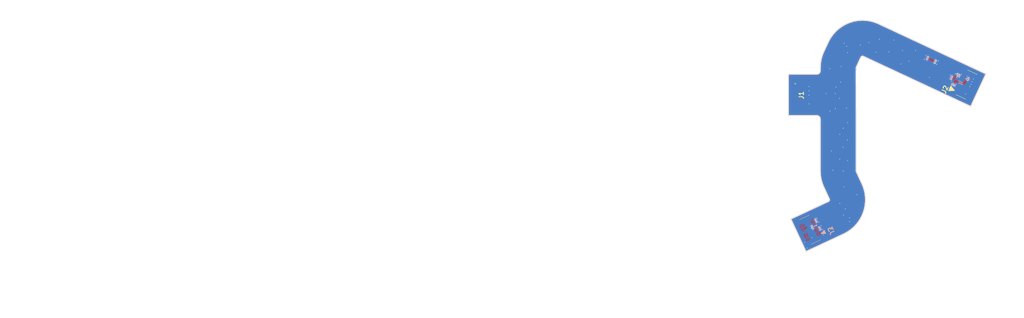
<source format=kicad_pcb>
(kicad_pcb (version 20240108) (generator "pcbnew") (generator_version "8.0")
  (layers (0 "F.Cu" signal) (31 "B.Cu" signal) (34 "B.Paste" user) (35 "F.Paste" user) (36 "B.SilkS" user "B.Silkscreen") (37 "F.SilkS" user "F.Silkscreen") (38 "B.Mask" user) (39 "F.Mask" user) (44 "Edge.Cuts" user))
  (net 0 "")
  (net 1 "/C_CLK_N")
  (net 2 "/D_CLK_N")
  (net 5 "GND")
  (net 7 "/D_D0_P")
  (net 8 "/C_D0_P")
  (net 9 "/C_CLK_P")
  (net 11 "/C_D0_N")
  (net 13 "/C_D1_P")
  (net 16 "/C_D1_N")
  (net 17 "/D_D1_P")
  (net 18 "/D_CLK_P")
  (net 21 "/D_D1_N")
  (net 22 "/D_D0_N")
  (net 29 "unconnected-(J3-Pin_23-Pad23)")
  (net 38 "unconnected-(J2-Pin_21-Pad21)")
  (footprint "footprints:AXT434124" (layer "F.Cu") (at 292.803337 134.167331 -90)
    (property "Reference" "J1")
    (property "Value" "AXT434124" (hide yes))
  )
  (footprint "footprints:AXT324124" (layer "F.Cu") (at 338.585789 131.228426 -115)
    (property "Reference" "J2")
    (property "Value" "AXT324124" (hide yes))
  )
  (footprint "footprints:AXT324124" (layer "B.Cu") (at 295.202587 171.487424 -65)
    (property "Reference" "J3")
    (property "Value" "AXT324124" (hide yes))
  )
  (gr_poly (pts (xy 298.228337 172.567332) (xy 299.572531 172.492213) (xy 299.149913 171.585905)) (stroke (width 0.15)) (fill solid) (layer "B.SilkS"))
  (gr_poly (pts (xy 335.292001 132.867291) (xy 334.228337 131.567332) (xy 333.628337 132.967332)) (stroke (width 0.15)) (fill solid) (layer "F.SilkS"))
  (gr_line (start 308.021989 138.121388) (end 308.02199 130.82138) (stroke (width 0.1)) (layer "Edge.Cuts"))
  (gr_line (start 313.659489 125.127123) (end 309.986547 123.414397) (stroke (width 0.15)) (layer "Edge.Cuts"))
  (gr_arc (start 297.021992 139.821383) (mid 297.729037 140.114334) (end 298.02199 140.821388) (stroke (width 0.15)) (layer "Edge.Cuts"))
  (gr_arc (start 300.246514 119.424256) (mid 306.081802 114.028164) (end 314.026096 114.26623) (stroke (width 0.15)) (layer "Edge.Cuts"))
  (gr_line (start 339.766486 137.301015) (end 343.992665 128.237929) (stroke (width 0.15)) (layer "Edge.Cuts"))
  (gr_arc (start 298.02199 126.522537) (mid 298.270897 124.249926) (end 299.005759 122.085046) (stroke (width 0.15)) (layer "Edge.Cuts"))
  (gr_line (start 308.343543 155.998874) (end 308.068836 155.409775) (stroke (width 0.15)) (layer "Edge.Cuts"))
  (gr_line (start 330.451233 132.957244) (end 315.527271 125.998096) (stroke (width 0.15)) (layer "Edge.Cuts"))
  (gr_line (start 317.885669 116.064041) (end 314.212727 114.351318) (stroke (width 0.15)) (layer "Edge.Cuts"))
  (gr_line (start 308.195623 126.039325) (end 308.328373 125.754639) (stroke (width 0.15)) (layer "Edge.Cuts"))
  (gr_line (start 301.147752 174.234328) (end 301.43244 174.101579) (stroke (width 0.15)) (layer "Edge.Cuts"))
  (gr_line (start 299.280461 160.225054) (end 299.005756 159.635959) (stroke (width 0.15)) (layer "Edge.Cuts"))
  (gr_line (start 298.021992 127.321426) (end 298.02199 126.522537) (stroke (width 0.15)) (layer "Edge.Cuts"))
  (gr_line (start 308.06884 126.311217) (end 308.195623 126.039325) (stroke (width 0.15)) (layer "Edge.Cuts"))
  (gr_line (start 308.021991 155.198474) (end 308.021987 155.113745) (stroke (width 0.15)) (layer "Edge.Cuts"))
  (gr_arc (start 309.784573 123.362216) (mid 309.830039 123.366393) (end 309.874868 123.375054) (stroke (width 0.15)) (layer "Edge.Cuts"))
  (gr_line (start 304.241994 172.791457) (end 304.526677 172.658707) (stroke (width 0.15)) (layer "Edge.Cuts"))
  (gr_line (start 289.152544 139.821384) (end 289.152546 128.32138) (stroke (width 0.1)) (layer "Edge.Cuts"))
  (gr_line (start 294.078554 177.530749) (end 301.147752 174.234328) (stroke (width 0.15)) (layer "Edge.Cuts"))
  (gr_line (start 308.021988 127.057264) (end 308.021987 126.522539) (stroke (width 0.15)) (layer "Edge.Cuts"))
  (gr_arc (start 309.309594 123.650435) (mid 309.503372 123.434295) (end 309.784578 123.362218) (stroke (width 0.15)) (layer "Edge.Cuts"))
  (gr_line (start 314.105686 114.302022) (end 314.026096 114.266222) (stroke (width 0.15)) (layer "Edge.Cuts"))
  (gr_arc (start 308.021987 126.522539) (mid 308.033888 126.414331) (end 308.068837 126.31123) (stroke (width 0.15)) (layer "Edge.Cuts"))
  (gr_line (start 308.021991 154.799626) (end 308.021992 140.921374) (stroke (width 0.15)) (layer "Edge.Cuts"))
  (gr_line (start 330.451233 132.957244) (end 330.735921 133.089995) (stroke (width 0.15)) (layer "Edge.Cuts"))
  (gr_line (start 294.078554 177.530749) (end 289.852379 168.467683) (stroke (width 0.15)) (layer "Edge.Cuts"))
  (gr_line (start 298.021986 140.921373) (end 298.02199 140.821388) (stroke (width 0.15)) (layer "Edge.Cuts"))
  (gr_line (start 317.964752 116.100922) (end 317.885669 116.064041) (stroke (width 0.15)) (layer "Edge.Cuts"))
  (gr_line (start 298.02199 154.799627) (end 298.021988 141.599615) (stroke (width 0.15)) (layer "Edge.Cuts"))
  (gr_line (start 289.852379 168.467683) (end 296.92157 165.171254) (stroke (width 0.15)) (layer "Edge.Cuts"))
  (gr_line (start 315.305833 125.894819) (end 313.738577 125.164002) (stroke (width 0.15)) (layer "Edge.Cuts"))
  (gr_line (start 314.212727 114.351318) (end 314.105686 114.302022) (stroke (width 0.15)) (layer "Edge.Cuts"))
  (gr_line (start 298.021991 155.113739) (end 298.02199 154.799627) (stroke (width 0.15)) (layer "Edge.Cuts"))
  (gr_line (start 299.413209 160.509754) (end 299.280461 160.225054) (stroke (width 0.15)) (layer "Edge.Cuts"))
  (gr_line (start 289.152546 128.32138) (end 297.021986 128.321379) (stroke (width 0.15)) (layer "Edge.Cuts"))
  (gr_line (start 299.005754 122.085041) (end 299.13254 121.813143) (stroke (width 0.15)) (layer "Edge.Cuts"))
  (gr_line (start 308.476292 156.283554) (end 308.343543 155.998874) (stroke (width 0.15)) (layer "Edge.Cuts"))
  (gr_arc (start 299.005757 159.635967) (mid 298.270888 157.471087) (end 298.021991 155.198472) (stroke (width 0.15)) (layer "Edge.Cuts"))
  (gr_line (start 308.021992 140.921374) (end 308.021989 138.121388) (stroke (width 0.15)) (layer "Edge.Cuts"))
  (gr_line (start 289.152544 139.821384) (end 297.021992 139.821383) (stroke (width 0.15)) (layer "Edge.Cuts"))
  (gr_line (start 299.265293 121.528459) (end 299.13254 121.813143) (stroke (width 0.15)) (layer "Edge.Cuts"))
  (gr_line (start 309.605423 158.704984) (end 308.47629 156.283553) (stroke (width 0.15)) (layer "Edge.Cuts"))
  (gr_line (start 308.02199 130.82138) (end 308.02199 127.371383) (stroke (width 0.05)) (layer "Edge.Cuts"))
  (gr_line (start 298.021986 140.921373) (end 298.021987 141.235495) (stroke (width 0.15)) (layer "Edge.Cuts"))
  (gr_line (start 313.738577 125.164002) (end 313.659489 125.127123) (stroke (width 0.15)) (layer "Edge.Cuts"))
  (gr_line (start 299.265293 121.528459) (end 300.246507 119.424241) (stroke (width 0.15)) (layer "Edge.Cuts"))
  (gr_line (start 298.021991 155.198472) (end 298.021991 155.113739) (stroke (width 0.15)) (layer "Edge.Cuts"))
  (gr_line (start 319.532013 116.831741) (end 317.964752 116.100922) (stroke (width 0.15)) (layer "Edge.Cuts"))
  (gr_line (start 298.021989 141.285494) (end 298.021988 141.599615) (stroke (width 0.15)) (layer "Edge.Cuts"))
  (gr_line (start 300.542349 162.931173) (end 299.413209 160.509754) (stroke (width 0.15)) (layer "Edge.Cuts"))
  (gr_line (start 334.677418 123.894166) (end 319.753448 116.935017) (stroke (width 0.15)) (layer "Edge.Cuts"))
  (gr_line (start 343.992665 128.237929) (end 334.677418 123.894166) (stroke (width 0.15)) (layer "Edge.Cuts"))
  (gr_line (start 315.527271 125.998096) (end 315.305833 125.894819) (stroke (width 0.15)) (layer "Edge.Cuts"))
  (gr_line (start 300.015812 163.728387) (end 300.300493 163.595631) (stroke (width 0.15)) (layer "Edge.Cuts"))
  (gr_arc (start 309.605423 158.704984) (mid 309.955973 166.733689) (end 304.526682 172.658705) (stroke (width 0.15)) (layer "Edge.Cuts"))
  (gr_line (start 308.021988 127.057264) (end 308.02199 127.371383) (stroke (width 0.15)) (layer "Edge.Cuts"))
  (gr_line (start 332.412587 133.871842) (end 330.735921 133.089995) (stroke (width 0.15)) (layer "Edge.Cuts"))
  (gr_line (start 297.206254 165.038501) (end 300.015812 163.728387) (stroke (width 0.15)) (layer "Edge.Cuts"))
  (gr_line (start 308.328373 125.754639) (end 309.309587 123.650419) (stroke (width 0.15)) (layer "Edge.Cuts"))
  (gr_arc (start 298.022312 127.32077) (mid 297.729601 128.028545) (end 297.022027 128.321715) (stroke (width 0.1)) (layer "Edge.Cuts"))
  (gr_line (start 339.766486 137.301015) (end 332.697285 134.004594) (stroke (width 0.15)) (layer "Edge.Cuts"))
  (gr_line (start 298.021989 141.285494) (end 298.021987 141.235495) (stroke (width 0.15)) (layer "Edge.Cuts"))
  (gr_arc (start 300.542343 162.931162) (mid 300.558933 163.313435) (end 300.300497 163.595627) (stroke (width 0.15)) (layer "Edge.Cuts"))
  (gr_line (start 301.43244 174.101579) (end 304.241994 172.791457) (stroke (width 0.15)) (layer "Edge.Cuts"))
  (gr_line (start 296.92157 165.171254) (end 297.206254 165.038501) (stroke (width 0.15)) (layer "Edge.Cuts"))
  (gr_line (start 332.412587 133.871842) (end 332.697285 134.004594) (stroke (width 0.15)) (layer "Edge.Cuts"))
  (gr_arc (start 309.874863 123.375056) (mid 309.93166 123.392003) (end 309.986538 123.414395) (stroke (width 0.15)) (layer "Edge.Cuts"))
  (gr_arc (start 308.068834 155.409787) (mid 308.033839 155.306696) (end 308.021991 155.198474) (stroke (width 0.15)) (layer "Edge.Cuts"))
  (gr_line (start 319.753448 116.935017) (end 319.532013 116.831741) (stroke (width 0.15)) (layer "Edge.Cuts"))
  (gr_line (start 308.021987 155.113745) (end 308.021991 154.799626) (stroke (width 0.15)) (layer "Edge.Cuts"))
  (segment (start 318.711075 122.190378) (end 318.711076 122.190378) (width 0.065) (layer "F.Cu") (net 1))
  (segment (start 323.390448 124.295987) (end 323.221363 124.217143) (width 0.065) (layer "F.Cu") (net 1))
  (segment (start 323.626492 124.558805) (end 323.457409 124.47996) (width 0.065) (layer "F.Cu") (net 1))
  (segment (start 331.132187 126.850392) (end 330.81872 127.522621) (width 0.065) (layer "F.Cu") (net 1))
  (segment (start 336.212187 129.561634) (end 336.431683 129.663986) (width 0.065) (layer "F.Cu") (net 1))
  (segment (start 331.122101 127.901317) (end 331.526431 127.034232) (width 0.065) (layer "F.Cu") (net 1))
  (segment (start 318.677577 122.098339) (end 318.508564 122.019528) (width 0.065) (layer "F.Cu") (net 1))
  (segment (start 321.270092 123.459997) (end 321.101008 123.381153) (width 0.065) (layer "F.Cu") (net 1))
  (segment (start 322.448314 124.009393) (end 322.279214 123.930542) (width 0.065) (layer "F.Cu") (net 1))
  (segment (start 319.889327 122.739763) (end 319.889328 122.739763) (width 0.065) (layer "F.Cu") (net 1))
  (segment (start 326.335877 125.669464) (end 326.166864 125.590653) (width 0.065) (layer "F.Cu") (net 1))
  (segment (start 310.530875 118.299471) (end 305.067056 120.288139) (width 0.065) (layer "F.Cu") (net 1))
  (segment (start 326.369376 125.761503) (end 326.369376 125.761502) (width 0.065) (layer "F.Cu") (net 1))
  (segment (start 337.298634 129.96619) (end 336.754851 129.712622) (width 0.2) (layer "F.Cu") (net 1))
  (segment (start 319.266763 122.373081) (end 319.097665 122.29423) (width 0.065) (layer "F.Cu") (net 1))
  (segment (start 334.188075 129.331004) (end 333.28138 128.908205) (width 0.065) (layer "F.Cu") (net 1))
  (segment (start 332.99234 129.013407) (end 332.791927 129.443195) (width 0.065) (layer "F.Cu") (net 1))
  (segment (start 329.65157 127.978824) (end 329.851983 127.549036) (width 0.065) (layer "F.Cu") (net 1))
  (segment (start 324.013028 124.662677) (end 324.013029 124.662676) (width 0.065) (layer "F.Cu") (net 1))
  (segment (start 336.620541 128.620316) (end 336.364723 128.713425) (width 0.065) (layer "F.Cu") (net 1))
  (segment (start 320.444947 122.922479) (end 320.275863 122.843632) (width 0.065) (layer "F.Cu") (net 1))
  (segment (start 322.801362 124.021291) (end 322.632263 123.942441) (width 0.065) (layer "F.Cu") (net 1))
  (segment (start 323.037411 124.284096) (end 322.868314 124.205245) (width 0.065) (layer "F.Cu") (net 1))
  (segment (start 332.310381 127.399807) (end 331.613725 128.893791) (width 0.065) (layer "F.Cu") (net 1))
  (segment (start 332.007969 129.07763) (end 332.704625 127.583647) (width 0.065) (layer "F.Cu") (net 1))
  (segment (start 326.663927 125.898853) (end 326.663926 125.898854) (width 0.065) (layer "F.Cu") (net 1))
  (segment (start 325.191239 125.212077) (end 325.19124 125.212075) (width 0.065) (layer "F.Cu") (net 1))
  (segment (start 294.558338 132.474831) (end 294.465838 132.567331) (width 0.065) (layer "F.Cu") (net 1))
  (segment (start 318.324482 122.086528) (end 318.155473 122.007717) (width 0.065) (layer "F.Cu") (net 1))
  (segment (start 324.602138 124.937374) (end 324.602138 124.937373) (width 0.065) (layer "F.Cu") (net 1))
  (segment (start 320.478427 123.014465) (end 320.478428 123.014465) (width 0.065) (layer "F.Cu") (net 1))
  (segment (start 336.431683 129.663986) (end 336.754851 129.712622) (width 0.065) (layer "F.Cu") (net 1))
  (segment (start 318.088472 121.823637) (end 310.530875 118.299471) (width 0.065) (layer "F.Cu") (net 1))
  (segment (start 329.74678 127.259993) (end 327.345064 126.140056) (width 0.065) (layer "F.Cu") (net 1))
  (segment (start 325.157762 125.1201) (end 324.988663 125.041248) (width 0.065) (layer "F.Cu") (net 1))
  (segment (start 326.57189 125.932352) (end 326.402875 125.85354) (width 0.065) (layer "F.Cu") (net 1))
  (segment (start 322.245738 123.838566) (end 322.245739 123.838565) (width 0.065) (layer "F.Cu") (net 1))
  (segment (start 325.746849 125.394796) (end 325.577764 125.315949) (width 0.065) (layer "F.Cu") (net 1))
  (segment (start 326.92503 125.944191) (end 326.755964 125.865353) (width 0.065) (layer "F.Cu") (net 1))
  (segment (start 320.183877 122.877113) (end 320.183877 122.877114) (width 0.065) (layer "F.Cu") (net 1))
  (segment (start 325.485789 125.349426) (end 325.485789 125.349428) (width 0.065) (layer "F.Cu") (net 1))
  (segment (start 302.255216 126.318132) (end 302.256307 126.318135) (width 0.065) (layer "F.Cu") (net 1))
  (segment (start 327.161067 126.207025) (end 326.992 126.128188) (width 0.065) (layer "F.Cu") (net 1))
  (segment (start 324.896688 125.074724) (end 324.896688 125.074725) (width 0.065) (layer "F.Cu") (net 1))
  (segment (start 321.623147 123.471882) (end 321.454064 123.393037) (width 0.065) (layer "F.Cu") (net 1))
  (segment (start 323.718479 124.525324) (end 323.718478 124.525324) (width 0.065) (layer "F.Cu") (net 1))
  (segment (start 319.594789 122.602408) (end 319.594787 122.602408) (width 0.065) (layer "F.Cu") (net 1))
  (segment (start 322.212263 123.746591) (end 322.043164 123.667738) (width 0.065) (layer "F.Cu") (net 1))
  (segment (start 336.105665 129.268968) (end 336.212187 129.561634) (width 0.065) (layer "F.Cu") (net 1))
  (segment (start 324.804714 125.108201) (end 324.635615 125.029349) (width 0.065) (layer "F.Cu") (net 1))
  (segment (start 323.423928 124.387974) (end 323.423929 124.387973) (width 0.065) (layer "F.Cu") (net 1))
  (segment (start 336.364723 128.713425) (end 336.105665 129.268968) (width 0.065) (layer "F.Cu") (net 1))
  (segment (start 324.568662 124.845398) (end 324.399563 124.766546) (width 0.065) (layer "F.Cu") (net 1))
  (segment (start 320.091891 122.910594) (end 319.922808 122.831749) (width 0.065) (layer "F.Cu") (net 1))
  (segment (start 334.281184 129.586821) (end 334.188075 129.331004) (width 0.065) (layer "F.Cu") (net 1))
  (segment (start 319.502813 122.635885) (end 319.333715 122.557033) (width 0.065) (layer "F.Cu") (net 1))
  (segment (start 321.951178 123.701219) (end 321.951177 123.70122) (width 0.065) (layer "F.Cu") (net 1))
  (segment (start 330.81872 127.522621) (end 330.435526 128.344387) (width 0.065) (layer "F.Cu") (net 1))
  (segment (start 297.021312 132.555344) (end 296.583384 132.555344) (width 0.065) (layer "F.Cu") (net 1))
  (segment (start 325.982893 125.657612) (end 325.813808 125.578768) (width 0.065) (layer "F.Cu") (net 1))
  (segment (start 324.307578 124.800026) (end 324.307579 124.800027) (width 0.065) (layer "F.Cu") (net 1))
  (segment (start 323.979549 124.57069) (end 323.810463 124.491844) (width 0.065) (layer "F.Cu") (net 1))
  (segment (start 305.067056 120.288139) (end 302.255216 126.318132) (width 0.065) (layer "F.Cu") (net 1))
  (segment (start 318.913588 122.361227) (end 318.744575 122.282416) (width 0.065) (layer "F.Cu") (net 1))
  (segment (start 302.256307 126.318135) (end 302.256309 127.320344) (width 0.065) (layer "F.Cu") (net 1))
  (segment (start 320.772978 123.151816) (end 320.772977 123.151816) (width 0.065) (layer "F.Cu") (net 1))
  (segment (start 325.393813 125.382903) (end 325.224715 125.30405) (width 0.065) (layer "F.Cu") (net 1))
  (segment (start 319.855847 122.647777) (end 319.686764 122.568932) (width 0.065) (layer "F.Cu") (net 1))
  (segment (start 324.215593 124.833508) (end 324.046509 124.754661) (width 0.065) (layer "F.Cu") (net 1))
  (segment (start 320.680992 123.185295) (end 320.511908 123.106451) (width 0.065) (layer "F.Cu") (net 1))
  (segment (start 330.82977 128.528226) (end 331.122101 127.901317) (width 0.065) (layer "F.Cu") (net 1))
  (segment (start 296.502871 132.474831) (end 294.558338 132.474831) (width 0.065) (layer "F.Cu") (net 1))
  (segment (start 321.034048 123.197182) (end 320.864964 123.118336) (width 0.065) (layer "F.Cu") (net 1))
  (segment (start 294.465838 132.567331) (end 293.903337 132.567331) (width 0.065) (layer "F.Cu") (net 1))
  (segment (start 325.780328 125.486782) (end 325.780328 125.486781) (width 0.065) (layer "F.Cu") (net 1))
  (segment (start 319.300237 122.465057) (end 319.300238 122.465056) (width 0.065) (layer "F.Cu") (net 1))
  (segment (start 296.583384 132.555344) (end 296.502871 132.474831) (width 0.065) (layer "F.Cu") (net 1))
  (segment (start 321.859191 123.7347) (end 321.690108 123.655855) (width 0.065) (layer "F.Cu") (net 1))
  (segment (start 318.416524 122.053028) (end 318.416522 122.053028) (width 0.065) (layer "F.Cu") (net 1))
  (via (at 336.620541 128.620316) (size 0.45) (drill 0.25) (layers "F.Cu" "B.Cu") (net 1))
  (via (at 334.281184 129.586821) (size 0.45) (drill 0.25) (layers "F.Cu" "B.Cu") (net 1))
  (arc (start 318.744575 122.282416) (mid 318.708763 122.243335) (end 318.711075 122.190378) (width 0.065) (layer "F.Cu") (net 1))
  (arc (start 322.632263 123.942441) (mid 322.579342 123.94013) (end 322.540288 123.975917) (width 0.065) (layer "F.Cu") (net 1))
  (arc (start 323.423929 124.387973) (mid 323.426239 124.335047) (end 323.390448 124.295987) (width 0.065) (layer "F.Cu") (net 1))
  (arc (start 324.896688 125.074725) (mid 324.857634 125.110512) (end 324.804714 125.108201) (width 0.065) (layer "F.Cu") (net 1))
  (arc (start 320.511908 123.106451) (mid 320.476116 123.067392) (end 320.478427 123.014465) (width 0.065) (layer "F.Cu") (net 1))
  (arc (start 323.810463 124.491844) (mid 323.757538 124.489532) (end 323.718479 124.525324) (width 0.065) (layer "F.Cu") (net 1))
  (arc (start 321.690108 123.655855) (mid 321.654317 123.616795) (end 321.656627 123.563869) (width 0.065) (layer "F.Cu") (net 1))
  (arc (start 326.755964 125.865353) (mid 326.703008 125.863042) (end 326.663927 125.898853) (width 0.065) (layer "F.Cu") (net 1))
  (arc (start 326.166864 125.590653) (mid 326.113937 125.588341) (end 326.074878 125.624133) (width 0.065) (layer "F.Cu") (net 1))
  (arc (start 325.485789 125.349428) (mid 325.446734 125.385214) (end 325.393813 125.382903) (width 0.065) (layer "F.Cu") (net 1))
  (arc (start 319.097665 122.29423) (mid 319.044707 122.291918) (end 319.005625 122.327729) (width 0.065) (layer "F.Cu") (net 1))
  (arc (start 331.613725 128.893791) (mid 331.369671 129.117427) (end 331.038965 129.102986) (width 0.065) (layer "F.Cu") (net 1))
  (arc (start 332.704625 127.583647) (mid 332.711886 127.417338) (end 332.599423 127.294606) (width 0.065) (layer "F.Cu") (net 1))
  (arc (start 326.369376 125.761502) (mid 326.371689 125.708546) (end 326.335877 125.669464) (width 0.065) (layer "F.Cu") (net 1))
  (arc (start 318.508564 122.019528) (mid 318.455606 122.017214) (end 318.416524 122.053028) (width 0.065) (layer "F.Cu") (net 1))
  (arc (start 320.478428 123.014465) (mid 320.480739 122.961536) (end 320.444947 122.922479) (width 0.065) (layer "F.Cu") (net 1))
  (arc (start 326.663926 125.898854) (mid 326.624846 125.934664) (end 326.57189 125.932352) (width 0.065) (layer "F.Cu") (net 1))
  (arc (start 320.183877 122.877114) (mid 320.144819 122.912906) (end 320.091891 122.910594) (width 0.065) (layer "F.Cu") (net 1))
  (arc (start 322.279214 123.930542) (mid 322.243427 123.891487) (end 322.245738 123.838566) (width 0.065) (layer "F.Cu") (net 1))
  (arc (start 321.101008 123.381153) (mid 321.065216 123.342094) (end 321.067527 123.289167) (width 0.065) (layer "F.Cu") (net 1))
  (arc (start 322.245739 123.838565) (mid 322.24805 123.785646) (end 322.212263 123.746591) (width 0.065) (layer "F.Cu") (net 1))
  (arc (start 322.868314 124.205245) (mid 322.832527 124.166189) (end 322.834837 124.113268) (width 0.065) (layer "F.Cu") (net 1))
  (arc (start 321.656628 123.563868) (mid 321.658939 123.510941) (end 321.623147 123.471882) (width 0.065) (layer "F.Cu") (net 1))
  (arc (start 325.224715 125.30405) (mid 325.188928 125.264997) (end 325.191239 125.212077) (width 0.065) (layer "F.Cu") (net 1))
  (arc (start 326.402875 125.85354) (mid 326.367064 125.814459) (end 326.369376 125.761503) (width 0.065) (layer "F.Cu") (net 1))
  (arc (start 321.067527 123.289167) (mid 321.069839 123.236238) (end 321.034048 123.197182) (width 0.065) (layer "F.Cu") (net 1))
  (arc (start 321.362077 123.426518) (mid 321.323019 123.46231) (end 321.270092 123.459997) (width 0.065) (layer "F.Cu") (net 1))
  (arc (start 324.307579 124.800027) (mid 324.26852 124.835818) (end 324.215593 124.833508) (width 0.065) (layer "F.Cu") (net 1))
  (arc (start 323.129387 124.250621) (mid 323.090333 124.286407) (end 323.037411 124.284096) (width 0.065) (layer "F.Cu") (net 1))
  (arc (start 324.399563 124.766546) (mid 324.346637 124.764235) (end 324.307578 124.800026) (width 0.065) (layer "F.Cu") (net 1))
  (arc (start 324.013029 124.662676) (mid 324.015339 124.609748) (end 323.979549 124.57069) (width 0.065) (layer "F.Cu") (net 1))
  (arc (start 324.635615 125.029349) (mid 324.599828 124.990295) (end 324.602138 124.937374) (width 0.065) (layer "F.Cu") (net 1))
  (arc (start 324.988663 125.041248) (mid 324.935743 125.038937) (end 324.896688 125.074724) (width 0.065) (layer "F.Cu") (net 1))
  (arc (start 325.19124 125.212075) (mid 325.19355 125.159155) (end 325.157762 125.1201) (width 0.065) (layer "F.Cu") (net 1))
  (arc (start 322.834837 124.113268) (mid 322.837149 124.060347) (end 322.801362 124.021291) (width 0.065) (layer "F.Cu") (net 1))
  (arc (start 320.772977 123.151816) (mid 320.733919 123.187608) (end 320.680992 123.185295) (width 0.065) (layer "F.Cu") (net 1))
  (arc (start 325.780328 125.486781) (mid 325.78264 125.433854) (end 325.746849 125.394796) (width 0.065) (layer "F.Cu") (net 1))
  (arc (start 321.951177 123.70122) (mid 321.912118 123.737012) (end 321.859191 123.7347) (width 0.065) (layer "F.Cu") (net 1))
  (arc (start 318.155473 122.007717) (mid 318.11966 121.968636) (end 318.121972 121.915677) (width 0.065) (layer "F.Cu") (net 1))
  (arc (start 319.300238 122.465056) (mid 319.302549 122.412136) (end 319.266763 122.373081) (width 0.065) (layer "F.Cu") (net 1))
  (arc (start 332.599423 127.294606) (mid 332.433114 127.287345) (end 332.310381 127.399807) (width 0.065) (layer "F.Cu") (net 1))
  (arc (start 323.718478 124.525324) (mid 323.67942 124.561116) (end 323.626492 124.558805) (width 0.065) (layer "F.Cu") (net 1))
  (arc (start 326.992 126.128188) (mid 326.956204 126.089125) (end 326.958516 126.03619) (width 0.065) (layer "F.Cu") (net 1))
  (arc (start 318.416522 122.053028) (mid 318.37744 122.088841) (end 318.324482 122.086528) (width 0.065) (layer "F.Cu") (net 1))
  (arc (start 322.540288 123.975917) (mid 322.501234 124.011705) (end 322.448314 124.009393) (width 0.065) (layer "F.Cu") (net 1))
  (arc (start 318.121972 121.915677) (mid 318.124286 121.862719) (end 318.088472 121.823637) (width 0.065) (layer "F.Cu") (net 1))
  (arc (start 332.791927 129.443195) (mid 332.547872 129.666831) (end 332.217165 129.65239) (width 0.065) (layer "F.Cu") (net 1))
  (arc (start 322.043164 123.667738) (mid 321.990237 123.665426) (end 321.951178 123.701219) (width 0.065) (layer "F.Cu") (net 1))
  (arc (start 319.333715 122.557033) (mid 319.297927 122.517978) (end 319.300237 122.465057) (width 0.065) (layer "F.Cu") (net 1))
  (arc (start 326.074878 125.624133) (mid 326.035819 125.659924) (end 325.982893 125.657612) (width 0.065) (layer "F.Cu") (net 1))
  (arc (start 329.860764 128.553583) (mid 329.63713 128.30953) (end 329.65157 127.978824) (width 0.065) (layer "F.Cu") (net 1))
  (arc (start 302.256309 127.320344) (mid 300.723011 131.022045) (end 297.021312 132.555344) (width 0.065) (layer "F.Cu") (net 1))
  (arc (start 324.046509 124.754661) (mid 324.010716 124.715603) (end 324.013028 124.662677) (width 0.065) (layer "F.Cu") (net 1))
  (arc (start 319.889328 122.739763) (mid 319.891639 122.686835) (end 319.855847 122.647777) (width 0.065) (layer "F.Cu") (net 1))
  (arc (start 323.457409 124.47996) (mid 323.421616 124.440901) (end 323.423928 124.387974) (width 0.065) (layer "F.Cu") (net 1))
  (arc (start 321.454064 123.393037) (mid 321.401136 123.390725) (end 321.362078 123.426517) (width 0.065) (layer "F.Cu") (net 1))
  (arc (start 323.221363 124.217143) (mid 323.168442 124.21483) (end 323.129387 124.250621) (width 0.065) (layer "F.Cu") (net 1))
  (arc (start 318.711076 122.190378) (mid 318.713388 122.137421) (end 318.677577 122.098339) (width 0.065) (layer "F.Cu") (net 1))
  (arc (start 325.813808 125.578768) (mid 325.778016 125.539708) (end 325.780328 125.486782) (width 0.065) (layer "F.Cu") (net 1))
  (arc (start 325.577764 125.315949) (mid 325.524843 125.313639) (end 325.485789 125.349426) (width 0.065) (layer "F.Cu") (net 1))
  (arc (start 326.958516 126.03619) (mid 326.960826 125.983255) (end 326.92503 125.944191) (width 0.065) (layer "F.Cu") (net 1))
  (arc (start 319.686764 122.568932) (mid 319.633843 122.566621) (end 319.594789 122.602408) (width 0.065) (layer "F.Cu") (net 1))
  (arc (start 333.28138 128.908205) (mid 333.115071 128.900943) (end 332.99234 129.013407) (width 0.065) (layer "F.Cu") (net 1))
  (arc (start 331.421228 126.74519) (mid 331.254918 126.737928) (end 331.132187 126.850392) (width 0.065) (layer "F.Cu") (net 1))
  (arc (start 324.602138 124.937373) (mid 324.60445 124.884453) (end 324.568662 124.845398) (width 0.065) (layer "F.Cu") (net 1))
  (arc (start 319.922808 122.831749) (mid 319.887016 122.792691) (end 319.889327 122.739763) (width 0.065) (layer "F.Cu") (net 1))
  (arc (start 331.038965 129.102986) (mid 330.815329 128.858933) (end 330.82977 128.528226) (width 0.065) (layer "F.Cu") (net 1))
  (arc (start 327.345064 126.140056) (mid 327.29213 126.137744) (end 327.253066 126.173541) (width 0.065) (layer "F.Cu") (net 1))
  (arc (start 331.526431 127.034232) (mid 331.533693 126.867922) (end 331.421228 126.74519) (width 0.065) (layer "F.Cu") (net 1))
  (arc (start 320.275863 122.843632) (mid 320.222936 122.841322) (end 320.183877 122.877113) (width 0.065) (layer "F.Cu") (net 1))
  (arc (start 319.594787 122.602408) (mid 319.555734 122.638196) (end 319.502813 122.635885) (width 0.065) (layer "F.Cu") (net 1))
  (arc (start 332.217165 129.65239) (mid 331.993529 129.408337) (end 332.007969 129.07763) (width 0.065) (layer "F.Cu") (net 1))
  (arc (start 319.005625 122.327729) (mid 318.966544 122.36354) (end 318.913588 122.361227) (width 0.065) (layer "F.Cu") (net 1))
  (arc (start 330.435526 128.344387) (mid 330.191471 128.568023) (end 329.860764 128.553583) (width 0.065) (layer "F.Cu") (net 1))
  (arc (start 327.253066 126.173541) (mid 327.214002 126.209337) (end 327.161067 126.207025) (width 0.065) (layer "F.Cu") (net 1))
  (arc (start 329.851983 127.549036) (mid 329.859243 127.382726) (end 329.74678 127.259993) (width 0.065) (layer "F.Cu") (net 1))
  (arc (start 320.864964 123.118336) (mid 320.812036 123.116024) (end 320.772978 123.151816) (width 0.065) (layer "F.Cu") (net 1))
  (segment (start 336.364721 128.713423) (end 336.620541 128.620316) (width 0.065) (layer "B.Cu") (net 1))
  (segment (start 336.364721 128.713423) (end 336.260002 128.938002) (width 0.065) (layer "B.Cu") (net 1))
  (segment (start 335.4044 129.249422) (end 336.260001 128.938004) (width 0.065) (layer "B.Cu") (net 1))
  (segment (start 336.260002 128.938002) (end 336.260001 128.938004) (width 0.065) (layer "B.Cu") (net 1))
  (segment (start 334.537006 129.493713) (end 334.281184 129.586821) (width 0.065) (layer "B.Cu") (net 1))
  (segment (start 334.536998 129.493715) (end 334.8949 129.660609) (width 0.065) (layer "B.Cu") (net 1))
  (segment (start 334.8949 129.660609) (end 335.277616 129.521313) (width 0.065) (layer "B.Cu") (net 1))
  (segment (start 335.277616 129.521313) (end 335.4044 129.249422) (width 0.065) (layer "B.Cu") (net 1))
  (segment (start 303.826993 140.690372) (end 303.826994 141.188693) (width 0.065) (layer "F.Cu") (net 2))
  (segment (start 303.695962 150.785238) (end 303.695968 150.869185) (width 0.065) (layer "F.Cu") (net 2))
  (segment (start 303.695968 149.925237) (end 303.69597 150.009191) (width 0.065) (layer "F.Cu") (net 2))
  (segment (start 303.761496 150.289719) (end 303.761492 150.289714) (width 0.065) (layer "F.Cu") (net 2))
  (segment (start 305.635101 166.062702) (end 295.976827 170.566432) (width 0.065) (layer "F.Cu") (net 2))
  (segment (start 306.783331 162.907969) (end 305.635101 166.062702) (width 0.065) (layer "F.Cu") (net 2))
  (segment (start 303.695968 151.215242) (end 303.695965 151.299184) (width 0.065) (layer "F.Cu") (net 2))
  (segment (start 293.903337 136.167331) (end 294.465838 136.167331) (width 0.065) (layer "F.Cu") (net 2))
  (segment (start 303.416525 149.071193) (end 303.63452 149.071197) (width 0.065) (layer "F.Cu") (net 2))
  (segment (start 303.827019 151.084183) (end 303.82702 151.084187) (width 0.065) (layer "F.Cu") (net 2))
  (segment (start 295.976825 170.566427) (end 295.721011 170.473318) (width 0.065) (layer "F.Cu") (net 2))
  (segment (start 295.948324 135.499373) (end 297.152544 135.499373) (width 0.065) (layer "F.Cu") (net 2))
  (segment (start 303.695967 150.355239) (end 303.695963 150.439187) (width 0.065) (layer "F.Cu") (net 2))
  (segment (start 303.761497 150.07471) (end 303.761493 150.074711) (width 0.065) (layer "F.Cu") (net 2))
  (segment (start 297.152544 135.499373) (end 298.635994 135.499371) (width 0.065) (layer "F.Cu") (net 2))
  (segment (start 303.827019 156.462183) (end 303.82702 151.43024) (width 0.065) (layer "F.Cu") (net 2))
  (segment (start 303.827019 156.462183) (end 303.828528 156.463687) (width 0.065) (layer "F.Cu") (net 2))
  (segment (start 303.827019 141.188695) (end 303.827019 148.063689) (width 0.065) (layer "F.Cu") (net 2))
  (segment (start 303.827021 150.140234) (end 303.827019 150.140234) (width 0.065) (layer "F.Cu") (net 2))
  (segment (start 295.976827 170.566432) (end 295.976825 170.566427) (width 0.065) (layer "F.Cu") (net 2))
  (segment (start 294.558338 136.074831) (end 295.372866 136.074831) (width 0.065) (layer "F.Cu") (net 2))
  (segment (start 294.465838 136.167331) (end 294.558338 136.074831) (width 0.065) (layer "F.Cu") (net 2))
  (segment (start 295.372866 136.074831) (end 295.948324 135.499373) (width 0.065) (layer "F.Cu") (net 2))
  (segment (start 303.634521 148.256189) (end 303.41652 148.25619) (width 0.065) (layer "F.Cu") (net 2))
  (segment (start 303.827019 150.140234) (end 303.827023 150.224189) (width 0.065) (layer "F.Cu") (net 2))
  (segment (start 303.828528 156.463687) (end 303.828536 156.571389) (width 0.065) (layer "F.Cu") (net 2))
  (segment (start 303.828536 156.571389) (end 306.783331 162.907969) (width 0.065) (layer "F.Cu") (net 2))
  (segment (start 303.826994 141.188693) (end 303.827019 141.188695) (width 0.065) (layer "F.Cu") (net 2))
  (segment (start 303.827018 151.000232) (end 303.827019 151.084183) (width 0.065) (layer "F.Cu") (net 2))
  (segment (start 303.827016 150.570234) (end 303.827017 150.654185) (width 0.065) (layer "F.Cu") (net 2))
  (segment (start 303.827018 149.263692) (end 303.827015 149.794189) (width 0.065) (layer "F.Cu") (net 2))
  (via (at 295.721011 170.473318) (size 0.45) (drill 0.25) (layers "F.Cu" "B.Cu") (net 2))
  (arc (start 303.761491 150.719712) (mid 303.715159 150.7389) (end 303.695962 150.785238) (width 0.065) (layer "F.Cu") (net 2))
  (arc (start 303.761493 150.504712) (mid 303.807829 150.523902) (end 303.827016 150.570234) (width 0.065) (layer "F.Cu") (net 2))
  (arc (start 303.695968 150.869185) (mid 303.715158 150.915521) (end 303.76149 150.93471) (width 0.065) (layer "F.Cu") (net 2))
  (arc (start 303.827015 149.794189) (mid 303.807827 149.840523) (end 303.761493 149.859714) (width 0.065) (layer "F.Cu") (net 2))
  (arc (start 303.695965 151.299184) (mid 303.715157 151.34552) (end 303.761492 151.36471) (width 0.065) (layer "F.Cu") (net 2))
  (arc (start 303.41652 148.25619) (mid 303.128372 148.375544) (end 303.009021 148.663693) (width 0.065) (layer "F.Cu") (net 2))
  (arc (start 303.761493 149.859714) (mid 303.715161 149.878904) (end 303.695968 149.925237) (width 0.065) (layer "F.Cu") (net 2))
  (arc (start 303.761493 150.074711) (mid 303.807826 150.093904) (end 303.827021 150.140234) (width 0.065) (layer "F.Cu") (net 2))
  (arc (start 303.761492 151.36471) (mid 303.807826 151.383901) (end 303.82702 151.43024) (width 0.065) (layer "F.Cu") (net 2))
  (arc (start 303.761491 151.149709) (mid 303.715157 151.168904) (end 303.695968 151.215242) (width 0.065) (layer "F.Cu") (net 2))
  (arc (start 303.827019 148.063689) (mid 303.770636 148.199803) (end 303.634521 148.256189) (width 0.065) (layer "F.Cu") (net 2))
  (arc (start 303.009021 148.663693) (mid 303.128374 148.951835) (end 303.416525 149.071193) (width 0.065) (layer "F.Cu") (net 2))
  (arc (start 303.69597 150.009191) (mid 303.715165 150.055521) (end 303.761497 150.07471) (width 0.065) (layer "F.Cu") (net 2))
  (arc (start 303.76149 150.93471) (mid 303.807827 150.953903) (end 303.827018 151.000232) (width 0.065) (layer "F.Cu") (net 2))
  (arc (start 303.82702 151.084187) (mid 303.807825 151.130523) (end 303.761494 151.149711) (width 0.065) (layer "F.Cu") (net 2))
  (arc (start 303.827017 150.654185) (mid 303.807827 150.700522) (end 303.761492 150.719716) (width 0.065) (layer "F.Cu") (net 2))
  (arc (start 303.695963 150.439187) (mid 303.715156 150.485523) (end 303.761493 150.504712) (width 0.065) (layer "F.Cu") (net 2))
  (arc (start 298.635994 135.499371) (mid 302.306582 137.019788) (end 303.826993 140.690372) (width 0.065) (layer "F.Cu") (net 2))
  (arc (start 303.827023 150.224189) (mid 303.80783 150.270521) (end 303.761496 150.289719) (width 0.065) (layer "F.Cu") (net 2))
  (arc (start 303.63452 149.071197) (mid 303.770637 149.127573) (end 303.827018 149.263692) (width 0.065) (layer "F.Cu") (net 2))
  (arc (start 303.761492 150.289714) (mid 303.715158 150.308906) (end 303.695967 150.355239) (width 0.065) (layer "F.Cu") (net 2))
  (segment (start 296.012866 170.454255) (end 295.721011 170.473318) (width 0.2) (layer "B.Cu") (net 2))
  (segment (start 296.489739 170.225188) (end 296.012866 170.454255) (width 0.2) (layer "B.Cu") (net 2))
  (segment (start 293.903337 131.767331) (end 294.928337 131.767331) (width 0.2) (layer "F.Cu") (net 5))
  (segment (start 337.431043 128.262529) (end 337.974828 128.516099) (width 0.2) (layer "F.Cu") (net 5))
  (segment (start 336.612775 129.245231) (end 336.787653 129.286559) (width 0.2) (layer "F.Cu") (net 5))
  (segment (start 336.787653 129.286559) (end 337.467688 129.603668) (width 0.2) (layer "F.Cu") (net 5))
  (segment (start 293.903337 132.96733) (end 294.928337 132.96733) (width 0.2) (layer "F.Cu") (net 5))
  (segment (start 338.558309 133.507732) (end 338.328337 133.867332) (width 0.2) (layer "F.Cu") (net 5))
  (segment (start 293.903336 134.167331) (end 293.903337 134.167332) (width 0.2) (layer "F.Cu") (net 5))
  (segment (start 337.974822 128.516097) (end 338.541131 128.780169) (width 0.076) (layer "F.Cu") (net 5))
  (segment (start 293.903337 134.167332) (end 294.928337 134.167332) (width 0.2) (layer "F.Cu") (net 5))
  (segment (start 337.2317 128.33508) (end 337.431043 128.262529) (width 0.2) (layer "F.Cu") (net 5))
  (segment (start 293.903337 136.567331) (end 294.928337 136.567331) (width 0.2) (layer "F.Cu") (net 5))
  (segment (start 338.937451 133.380499) (end 338.558309 133.507732) (width 0.2) (layer "F.Cu") (net 5))
  (segment (start 339.365799 133.578231) (end 338.937451 133.380499) (width 0.2) (layer "F.Cu") (net 5))
  (via (at 305.63144 122.344093) (size 0.4) (drill 0.2) (layers "F.Cu" "B.Cu") (net 5))
  (via (at 305.328337 137.767332) (size 0.4) (drill 0.2) (layers "F.Cu" "B.Cu") (net 5))
  (via (at 334.428337 130.267332) (size 0.4) (drill 0.2) (layers "F.Cu" "B.Cu") (net 5))
  (via (at 304.492945 167.399764) (size 0.4) (drill 0.2) (layers "F.Cu" "B.Cu") (net 5))
  (via (at 298.93721 172.917665) (size 0.4) (drill 0.2) (layers "F.Cu" "B.Cu") (net 5))
  (via (at 337.2317 128.33508) (size 0.4) (drill 0.2) (layers "F.Cu" "B.Cu") (net 5))
  (via (at 303.845531 126.195644) (size 0.4) (drill 0.2) (layers "F.Cu" "B.Cu") (net 5))
  (via (at 294.928337 131.767331) (size 0.4) (drill 0.2) (layers "F.Cu" "B.Cu") (net 5))
  (via (at 322.603662 124.719108) (size 0.4) (drill 0.2) (layers "F.Cu" "B.Cu") (net 5))
  (via (at 320.835114 121.774698) (size 0.4) (drill 0.2) (layers "F.Cu" "B.Cu") (net 5))
  (via (at 334.072357 128.531922) (size 0.4) (drill 0.2) (layers "F.Cu" "B.Cu") (net 5))
  (via (at 300.666196 126.786785) (size 0.4) (drill 0.2) (layers "F.Cu" "B.Cu") (net 5))
  (via (at 330.830371 124.669625) (size 0.4) (drill 0.2) (layers "F.Cu" "B.Cu") (net 5))
  (via (at 324.474502 121.722666) (size 0.4) (drill 0.2) (layers "F.Cu" "B.Cu") (net 5))
  (via (at 298.271864 170.326871) (size 0.4) (drill 0.2) (layers "F.Cu" "B.Cu") (net 5))
  (via (at 339.534412 131.795216) (size 0.4) (drill 0.2) (layers "F.Cu" "B.Cu") (net 5))
  (via (at 304.424496 155.170536) (size 0.4) (drill 0.2) (layers "F.Cu" "B.Cu") (net 5))
  (via (at 303.444517 164.136679) (size 0.4) (drill 0.2) (layers "F.Cu" "B.Cu") (net 5))
  (via (at 318.417781 118.883758) (size 0.4) (drill 0.2) (layers "F.Cu" "B.Cu") (net 5))
  (via (at 336.612775 129.245231) (size 0.4) (drill 0.2) (layers "F.Cu" "B.Cu") (net 5))
  (via (at 335.728337 131.067332) (size 0.4) (drill 0.2) (layers "F.Cu" "B.Cu") (net 5))
  (via (at 327.353192 123.113739) (size 0.4) (drill 0.2) (layers "F.Cu" "B.Cu") (net 5))
  (via (at 302.217177 137.900961) (size 0.4) (drill 0.2) (layers "F.Cu" "B.Cu") (net 5))
  (via (at 301.149518 149.601679) (size 0.4) (drill 0.2) (layers "F.Cu" "B.Cu") (net 5))
  (via (at 300.76016 138.563238) (size 0.4) (drill 0.2) (layers "F.Cu" "B.Cu") (net 5))
  (via (at 303.444521 151.89668) (size 0.4) (drill 0.2) (layers "F.Cu" "B.Cu") (net 5))
  (via (at 328.310517 129.197857) (size 0.4) (drill 0.2) (layers "F.Cu" "B.Cu") (net 5))
  (via (at 293.738555 174.944823) (size 0.4) (drill 0.2) (layers "F.Cu" "B.Cu") (net 5))
  (via (at 340.522151 129.675604) (size 0.4) (drill 0.2) (layers "F.Cu" "B.Cu") (net 5))
  (via (at 294.928337 136.567331) (size 0.4) (drill 0.2) (layers "F.Cu" "B.Cu") (net 5))
  (via (at 294.438554 176.54482) (size 0.4) (drill 0.2) (layers "F.Cu" "B.Cu") (net 5))
  (via (at 304.334966 148.612092) (size 0.4) (drill 0.2) (layers "F.Cu" "B.Cu") (net 5))
  (via (at 314.384602 118.620623) (size 0.4) (drill 0.2) (layers "F.Cu" "B.Cu") (net 5))
  (via (at 306.161893 168.174632) (size 0.4) (drill 0.2) (layers "F.Cu" "B.Cu") (net 5))
  (via (at 301.532018 154.956685) (size 0.4) (drill 0.2) (layers "F.Cu" "B.Cu") (net 5))
  (via (at 294.928337 132.96733) (size 0.4) (drill 0.2) (layers "F.Cu" "B.Cu") (net 5))
  (via (at 303.328337 135.067332) (size 0.4) (drill 0.2) (layers "F.Cu" "B.Cu") (net 5))
  (via (at 304.424492 143.313034) (size 0.4) (drill 0.2) (layers "F.Cu" "B.Cu") (net 5))
  (via (at 297.178505 168.255223) (size 0.4) (drill 0.2) (layers "F.Cu" "B.Cu") (net 5))
  (via (at 295.728337 173.667332) (size 0.4) (drill 0.2) (layers "F.Cu" "B.Cu") (net 5))
  (via (at 302.203752 133.661988) (size 0.4) (drill 0.2) (layers "F.Cu" "B.Cu") (net 5))
  (via (at 299.642173 133.731975) (size 0.4) (drill 0.2) (layers "F.Cu" "B.Cu") (net 5))
  (via (at 340.17186 130.422751) (size 0.4) (drill 0.2) (layers "F.Cu" "B.Cu") (net 5))
  (via (at 302.428337 131.867332) (size 0.4) (drill 0.2) (layers "F.Cu" "B.Cu") (net 5))
  (via (at 317.064309 122.136066) (size 0.4) (drill 0.2) (layers "F.Cu" "B.Cu") (net 5))
  (via (at 311.524957 119.553021) (size 0.4) (drill 0.2) (layers "F.Cu" "B.Cu") (net 5))
  (via (at 338.328337 133.867332) (size 0.4) (drill 0.2) (layers "F.Cu" "B.Cu") (net 5))
  (via (at 306.128337 169.167332) (size 0.4) (drill 0.2) (layers "F.Cu" "B.Cu") (net 5))
  (via (at 297.64815 169.291673) (size 0.4) (drill 0.2) (layers "F.Cu" "B.Cu") (net 5))
  (via (at 305.628337 141.767332) (size 0.4) (drill 0.2) (layers "F.Cu" "B.Cu") (net 5))
  (via (at 304.671524 119.779528) (size 0.4) (drill 0.2) (layers "F.Cu" "B.Cu") (net 5))
  (via (at 303.656714 130.5461) (size 0.4) (drill 0.2) (layers "F.Cu" "B.Cu") (net 5))
  (via (at 303.444519 145.011685) (size 0.4) (drill 0.2) (layers "F.Cu" "B.Cu") (net 5))
  (via (at 294.928337 134.167332) (size 0.4) (drill 0.2) (layers "F.Cu" "B.Cu") (net 5))
  (via (at 304.592019 159.546682) (size 0.4) (drill 0.2) (layers "F.Cu" "B.Cu") (net 5))
  (via (at 338.720465 128.876309) (size 0.4) (drill 0.2) (layers "F.Cu" "B.Cu") (net 5))
  (via (at 320.381252 125.496061) (size 0.4) (drill 0.2) (layers "F.Cu" "B.Cu") (net 5))
  (via (at 298.683945 171.398296) (size 0.4) (drill 0.2) (layers "F.Cu" "B.Cu") (net 5))
  (via (at 335.510136 128.234539) (size 0.4) (drill 0.2) (layers "F.Cu" "B.Cu") (net 5))
  (via (at 305.364006 120.606325) (size 0.4) (drill 0.2) (layers "F.Cu" "B.Cu") (net 5))
  (via (at 330.330551 125.633876) (size 0.4) (drill 0.2) (layers "F.Cu" "B.Cu") (net 5))
  (via (at 304.974521 165.666682) (size 0.4) (drill 0.2) (layers "F.Cu" "B.Cu") (net 5))
  (via (at 305.628337 152.267332) (size 0.4) (drill 0.2) (layers "F.Cu" "B.Cu") (net 5))
  (via (at 339.832263 131.165977) (size 0.4) (drill 0.2) (layers "F.Cu" "B.Cu") (net 5))
  (via (at 313.448133 122.263187) (size 0.4) (drill 0.2) (layers "F.Cu" "B.Cu") (net 5))
  (via (at 308.218267 161.737272) (size 0.4) (drill 0.2) (layers "F.Cu" "B.Cu") (net 5))
  (via (at 305.528337 146.567332) (size 0.4) (drill 0.2) (layers "F.Cu" "B.Cu") (net 5))
  (via (at 309.168392 120.276101) (size 0.4) (drill 0.2) (layers "F.Cu" "B.Cu") (net 5))
  (via (at 326.857997 124.226818) (size 0.4) (drill 0.2) (layers "F.Cu" "B.Cu") (net 5))
  (segment (start 296.827836 170.950237) (end 296.405942 171.173009) (width 0.15) (layer "B.Cu") (net 5))
  (segment (start 296.57718 172.19037) (end 296.796435 172.270178) (width 0.15) (layer "B.Cu") (net 5))
  (segment (start 296.405942 171.173009) (end 296.252439 171.493955) (width 0.15) (layer "B.Cu") (net 5))
  (segment (start 296.796435 172.270178) (end 297.327793 172.022399) (width 0.15) (layer "B.Cu") (net 5))
  (segment (start 296.252439 171.493955) (end 296.57718 172.19037) (width 0.15) (layer "B.Cu") (net 5))
  (segment (start 293.995837 137.059832) (end 295.783809 137.059832) (width 0.065) (layer "F.Cu") (net 7))
  (segment (start 302.295834 140.690385) (end 302.295919 140.69038) (width 0.065) (layer "F.Cu") (net 7))
  (segment (start 301.542095 142.30615) (end 301.888377 142.306147) (width 0.065) (layer "F.Cu") (net 7))
  (segment (start 301.542112 145.906148) (end 301.888372 145.906153) (width 0.065) (layer "F.Cu") (net 7))
  (segment (start 304.195509 165.647165) (end 297.055959 168.976394) (width 0.065) (layer "F.Cu") (net 7))
  (segment (start 297.055959 168.976394) (end 296.962848 169.232214) (width 0.065) (layer "F.Cu") (net 7))
  (segment (start 293.903336 136.967331) (end 293.995837 137.059832) (width 0.065) (layer "F.Cu") (net 7))
  (segment (start 301.542092 144.706151) (end 301.888376 144.706148) (width 0.065) (layer "F.Cu") (net 7))
  (segment (start 301.888374 144.321234) (end 301.542094 144.32123) (width 0.065) (layer "F.Cu") (net 7))
  (segment (start 302.295916 156.737857) (end 305.183989 162.931349) (width 0.065) (layer "F.Cu") (net 7))
  (segment (start 302.295918 147.513694) (end 302.295916 156.737857) (width 0.065) (layer "F.Cu") (net 7))
  (segment (start 296.57926 136.264381) (end 297.869832 136.264381) (width 0.065) (layer "F.Cu") (net 7))
  (segment (start 301.888378 143.121232) (end 301.542097 143.121231) (width 0.065) (layer "F.Cu") (net 7))
  (segment (start 301.542098 147.106151) (end 301.888378 147.106149) (width 0.065) (layer "F.Cu") (net 7))
  (segment (start 301.542095 143.506152) (end 301.888376 143.506148) (width 0.065) (layer "F.Cu") (net 7))
  (segment (start 301.88838 145.521234) (end 301.542116 145.521234) (width 0.065) (layer "F.Cu") (net 7))
  (segment (start 295.783809 137.059832) (end 296.57926 136.264381) (width 0.065) (layer "F.Cu") (net 7))
  (segment (start 302.295919 140.69038) (end 302.295918 141.513692) (width 0.065) (layer "F.Cu") (net 7))
  (segment (start 301.888378 141.921232) (end 301.542094 141.921235) (width 0.065) (layer "F.Cu") (net 7))
  (segment (start 305.183989 162.931349) (end 304.195509 165.647165) (width 0.065) (layer "F.Cu") (net 7))
  (segment (start 301.888378 146.721236) (end 301.542094 146.721233) (width 0.065) (layer "F.Cu") (net 7))
  (via (at 296.962848 169.232214) (size 0.45) (drill 0.25) (layers "F.Cu" "B.Cu") (net 7))
  (arc (start 301.349637 144.513691) (mid 301.406005 144.649781) (end 301.542092 144.706151) (width 0.065) (layer "F.Cu") (net 7))
  (arc (start 301.542094 141.921235) (mid 301.406007 141.977602) (end 301.34964 142.113691) (width 0.065) (layer "F.Cu") (net 7))
  (arc (start 301.888378 147.106149) (mid 302.176553 147.225513) (end 302.295918 147.513694) (width 0.065) (layer "F.Cu") (net 7))
  (arc (start 301.888376 143.506148) (mid 302.17655 143.625517) (end 302.295918 143.913693) (width 0.065) (layer "F.Cu") (net 7))
  (arc (start 301.34964 142.113691) (mid 301.406007 142.249772) (end 301.542095 142.30615) (width 0.065) (layer "F.Cu") (net 7))
  (arc (start 297.869832 136.264381) (mid 300.999522 137.56071) (end 302.295834 140.690385) (width 0.065) (layer "F.Cu") (net 7))
  (arc (start 301.34964 146.913694) (mid 301.406009 147.049779) (end 301.542098 147.106151) (width 0.065) (layer "F.Cu") (net 7))
  (arc (start 302.295916 146.313691) (mid 302.176554 146.601866) (end 301.888378 146.721236) (width 0.065) (layer "F.Cu") (net 7))
  (arc (start 301.542094 144.32123) (mid 301.406008 144.377601) (end 301.349637 144.513691) (width 0.065) (layer "F.Cu") (net 7))
  (arc (start 302.29592 145.113692) (mid 302.176555 145.401868) (end 301.88838 145.521234) (width 0.065) (layer "F.Cu") (net 7))
  (arc (start 301.542097 143.121231) (mid 301.406007 143.177602) (end 301.349638 143.313692) (width 0.065) (layer "F.Cu") (net 7))
  (arc (start 302.295916 142.713693) (mid 302.176552 143.001869) (end 301.888378 143.121232) (width 0.065) (layer "F.Cu") (net 7))
  (arc (start 301.542116 145.521234) (mid 301.406027 145.577605) (end 301.349656 145.713691) (width 0.065) (layer "F.Cu") (net 7))
  (arc (start 301.542094 146.721233) (mid 301.406006 146.777604) (end 301.34964 146.913694) (width 0.065) (layer "F.Cu") (net 7))
  (arc (start 302.295918 141.513692) (mid 302.176556 141.801865) (end 301.888378 141.921232) (width 0.065) (layer "F.Cu") (net 7))
  (arc (start 302.295918 143.913693) (mid 302.176551 144.201868) (end 301.888374 144.321234) (width 0.065) (layer "F.Cu") (net 7))
  (arc (start 301.888372 145.906153) (mid 302.176553 146.025514) (end 302.295916 146.313691) (width 0.065) (layer "F.Cu") (net 7))
  (arc (start 301.349638 143.313692) (mid 301.406005 143.449778) (end 301.542095 143.506152) (width 0.065) (layer "F.Cu") (net 7))
  (arc (start 301.888376 144.706148) (mid 302.176552 144.825516) (end 302.29592 145.113692) (width 0.065) (layer "F.Cu") (net 7))
  (arc (start 301.888377 142.306147) (mid 302.176551 142.425514) (end 302.295916 142.713693) (width 0.065) (layer "F.Cu") (net 7))
  (arc (start 301.349656 145.713691) (mid 301.406025 145.849778) (end 301.542112 145.906148) (width 0.065) (layer "F.Cu") (net 7))
  (segment (start 296.151645 169.500142) (end 296.663006 169.280734) (width 0.15) (layer "B.Cu") (net 7))
  (segment (start 296.663006 169.280734) (end 296.962848 169.232214) (width 0.15) (layer "B.Cu") (net 7))
  (segment (start 326.022904 126.887271) (end 325.893364 127.165067) (width 0.065) (layer "F.Cu") (net 8))
  (segment (start 294.465838 133.367331) (end 293.903337 133.367331) (width 0.065) (layer "F.Cu") (net 8))
  (segment (start 325.499119 126.981226) (end 325.628665 126.703421) (width 0.065) (layer "F.Cu") (net 8))
  (segment (start 296.723299 133.320342) (end 296.58381 133.459831) (width 0.065) (layer "F.Cu") (net 8))
  (segment (start 334.235261 131.103279) (end 334.004416 131.187298) (width 0.065) (layer "F.Cu") (net 8))
  (segment (start 305.615462 120.92222) (end 303.100676 126.313056) (width 0.065) (layer "F.Cu") (net 8))
  (segment (start 335.198655 131.43292) (end 335.001326 130.890761) (width 0.065) (layer "F.Cu") (net 8))
  (segment (start 334.350939 130.855203) (end 334.235261 131.103279) (width 0.065) (layer "F.Cu") (net 8))
  (segment (start 324.844708 126.337856) (end 324.715166 126.615662) (width 0.065) (layer "F.Cu") (net 8))
  (segment (start 296.58381 133.459831) (end 294.558338 133.459831) (width 0.065) (layer "F.Cu") (net 8))
  (segment (start 334.673388 130.737841) (end 334.350939 130.855203) (width 0.065) (layer "F.Cu") (net 8))
  (segment (start 297.031309 133.320342) (end 296.723299 133.320342) (width 0.065) (layer "F.Cu") (net 8))
  (segment (start 338.838164 129.699317) (end 338.91918 129.921911) (width 0.065) (layer "F.Cu") (net 8))
  (segment (start 337.870765 129.353357) (end 338.19235 129.503319) (width 0.065) (layer "F.Cu") (net 8))
  (segment (start 338.19235 129.503319) (end 338.537475 129.562194) (width 0.065) (layer "F.Cu") (net 8))
  (segment (start 327.818126 127.136847) (end 327.818124 127.136847) (width 0.065) (layer "F.Cu") (net 8))
  (segment (start 326.677319 127.530632) (end 326.806858 127.252835) (width 0.065) (layer "F.Cu") (net 8))
  (segment (start 327.85552 128.080035) (end 328.027319 127.711608) (width 0.065) (layer "F.Cu") (net 8))
  (segment (start 337.636731 129.241144) (end 338.19235 129.503319) (width 0.15) (layer "F.Cu") (net 8))
  (segment (start 327.243363 127.346042) (end 327.071563 127.714471) (width 0.065) (layer "F.Cu") (net 8))
  (segment (start 338.537475 129.562194) (end 338.838164 129.699317) (width 0.065) (layer "F.Cu") (net 8))
  (segment (start 324.426122 126.720864) (end 309.196088 119.618981) (width 0.065) (layer "F.Cu") (net 8))
  (segment (start 309.196088 119.618981) (end 305.615462 120.92222) (width 0.065) (layer "F.Cu") (net 8))
  (segment (start 294.558338 133.459831) (end 294.465838 133.367331) (width 0.065) (layer "F.Cu") (net 8))
  (segment (start 303.021263 126.671188) (end 303.021308 127.330346) (width 0.065) (layer "F.Cu") (net 8))
  (segment (start 324.426125 126.720864) (end 324.426122 126.720864) (width 0.065) (layer "F.Cu") (net 8))
  (segment (start 335.001326 130.890761) (end 334.673388 130.737841) (width 0.065) (layer "F.Cu") (net 8))
  (segment (start 334.004416 131.187298) (end 327.960723 128.369075) (width 0.065) (layer "F.Cu") (net 8))
  (via (at 338.91918 129.921911) (size 0.4) (drill 0.2) (layers "F.Cu" "B.Cu") (net 8))
  (via (at 335.198655 131.43292) (size 0.45) (drill 0.25) (layers "F.Cu" "B.Cu") (net 8))
  (arc (start 327.960723 128.369075) (mid 327.848259 128.246343) (end 327.85552 128.080035) (width 0.065) (layer "F.Cu") (net 8))
  (arc (start 325.628665 126.703421) (mid 325.643103 126.372714) (end 325.419469 126.128659) (width 0.065) (layer "F.Cu") (net 8))
  (arc (start 328.027319 127.711608) (mid 328.041759 127.380903) (end 327.818126 127.136847) (width 0.065) (layer "F.Cu") (net 8))
  (arc (start 326.806858 127.252835) (mid 326.821299 126.92213) (end 326.597663 126.678075) (width 0.065) (layer "F.Cu") (net 8))
  (arc (start 326.782521 127.819672) (mid 326.670058 127.69694) (end 326.677319 127.530632) (width 0.065) (layer "F.Cu") (net 8))
  (arc (start 303.021308 127.330346) (mid 301.266875 131.565915) (end 297.031309 133.320342) (width 0.065) (layer "F.Cu") (net 8))
  (arc (start 327.071563 127.714471) (mid 326.948831 127.826934) (end 326.782521 127.819672) (width 0.065) (layer "F.Cu") (net 8))
  (arc (start 324.715166 126.615662) (mid 324.592432 126.728126) (end 324.426125 126.720864) (width 0.065) (layer "F.Cu") (net 8))
  (arc (start 326.597663 126.678075) (mid 326.266957 126.663635) (end 326.022904 126.887271) (width 0.065) (layer "F.Cu") (net 8))
  (arc (start 303.100676 126.313056) (mid 303.041352 126.487776) (end 303.021263 126.671188) (width 0.065) (layer "F.Cu") (net 8))
  (arc (start 325.893364 127.165067) (mid 325.770633 127.277531) (end 325.604324 127.270269) (width 0.065) (layer "F.Cu") (net 8))
  (arc (start 327.818124 127.136847) (mid 327.487418 127.122408) (end 327.243363 127.346042) (width 0.065) (layer "F.Cu") (net 8))
  (arc (start 325.419469 126.128659) (mid 325.088762 126.114221) (end 324.844708 126.337856) (width 0.065) (layer "F.Cu") (net 8))
  (arc (start 325.604323 127.270268) (mid 325.491858 127.147535) (end 325.499119 126.981226) (width 0.065) (layer "F.Cu") (net 8))
  (segment (start 337.58988 131.103318) (end 335.875547 130.303912) (width 0.065) (layer "B.Cu") (net 8))
  (segment (start 335.875547 130.303912) (end 335.438553 130.462965) (width 0.065) (layer "B.Cu") (net 8))
  (segment (start 338.858489 129.765989) (end 338.696281 129.817975) (width 0.065) (layer "B.Cu") (net 8))
  (segment (start 338.930312 129.930191) (end 338.801992 129.976892) (width 0.065) (layer "B.Cu") (net 8))
  (segment (start 338.072247 130.927749) (end 337.58988 131.103318) (width 0.065) (layer "B.Cu") (net 8))
  (segment (start 335.105545 131.177103) (end 335.198655 131.43292) (width 0.065) (layer "B.Cu") (net 8))
  (segment (start 338.696281 129.817975) (end 338.567961 129.864676) (width 0.065) (layer "B.Cu") (net 8))
  (segment (start 335.438553 130.462965) (end 335.105545 131.177103) (width 0.065) (layer "B.Cu") (net 8))
  (segment (start 338.91918 129.921911) (end 338.858489 129.765989) (width 0.065) (layer "B.Cu") (net 8))
  (segment (start 338.567961 129.864676) (end 338.072247 130.927749) (width 0.065) (layer "B.Cu") (net 8))
  (segment (start 336.169869 128.62256) (end 335.873175 129.258814) (width 0.065) (layer "F.Cu") (net 9))
  (segment (start 331.024625 128.61909) (end 331.721287 127.125095) (width 0.065) (layer "F.Cu") (net 9))
  (segment (start 336.338097 129.857572) (end 336.585801 130.075143) (width 0.065) (layer "F.Cu") (net 9))
  (segment (start 337.129586 130.32872) (end 336.585801 130.075143) (width 0.2) (layer "F.Cu") (net 9))
  (segment (start 296.672447 132.340351) (end 296.591927 132.259831) (width 0.065) (layer "F.Cu") (net 9))
  (segment (start 310.541026 118.066977) (end 304.909837 120.11656) (width 0.065) (layer "F.Cu") (net 9))
  (segment (start 296.591927 132.259831) (end 294.558338 132.259831) (width 0.065) (layer "F.Cu") (net 9))
  (segment (start 334.278938 129.136148) (end 333.372244 128.71335) (width 0.065) (layer "F.Cu") (net 9))
  (segment (start 334.534755 129.043038) (end 334.278938 129.136148) (width 0.065) (layer "F.Cu") (net 9))
  (segment (start 329.846425 128.069686) (end 330.046839 127.639899) (width 0.065) (layer "F.Cu") (net 9))
  (segment (start 297.021311 132.340351) (end 296.672447 132.340351) (width 0.065) (layer "F.Cu") (net 9))
  (segment (start 304.909837 120.11656) (end 302.040048 126.27084) (width 0.065) (layer "F.Cu") (net 9))
  (segment (start 294.558338 132.259831) (end 294.465838 132.167331) (width 0.065) (layer "F.Cu") (net 9))
  (segment (start 331.802064 127.981163) (end 331.418869 128.802929) (width 0.065) (layer "F.Cu") (net 9))
  (segment (start 294.465838 132.167331) (end 293.903337 132.167331) (width 0.065) (layer "F.Cu") (net 9))
  (segment (start 336.07676 128.366745) (end 336.169869 128.62256) (width 0.065) (layer "F.Cu") (net 9))
  (segment (start 302.040048 126.27084) (end 302.041309 127.320343) (width 0.065) (layer "F.Cu") (net 9))
  (segment (start 335.873175 129.258814) (end 336.040614 129.718852) (width 0.065) (layer "F.Cu") (net 9))
  (segment (start 336.040614 129.718852) (end 336.338097 129.857572) (width 0.065) (layer "F.Cu") (net 9))
  (segment (start 330.93733 126.759529) (end 330.24067 128.253525) (width 0.065) (layer "F.Cu") (net 9))
  (segment (start 329.837642 127.065138) (end 310.541026 118.066977) (width 0.065) (layer "F.Cu") (net 9))
  (segment (start 332.115526 127.308945) (end 331.802064 127.981163) (width 0.065) (layer "F.Cu") (net 9))
  (segment (start 332.202825 129.168493) (end 332.899482 127.67451) (width 0.065) (layer "F.Cu") (net 9))
  (segment (start 332.797483 128.922545) (end 332.597071 129.352332) (width 0.065) (layer "F.Cu") (net 9))
  (via (at 336.07676 128.366745) (size 0.45) (drill 0.25) (layers "F.Cu" "B.Cu") (net 9))
  (via (at 334.534755 129.043038) (size 0.45) (drill 0.25) (layers "F.Cu" "B.Cu") (net 9))
  (arc (start 330.046839 127.639899) (mid 330.061277 127.309192) (end 329.837642 127.065138) (width 0.065) (layer "F.Cu") (net 9))
  (arc (start 302.041309 127.320343) (mid 300.570985 130.870026) (end 297.021311 132.340351) (width 0.065) (layer "F.Cu") (net 9))
  (arc (start 331.51209 126.550334) (mid 331.181383 126.535894) (end 330.93733 126.759529) (width 0.065) (layer "F.Cu") (net 9))
  (arc (start 332.899482 127.67451) (mid 332.913921 127.343805) (end 332.690286 127.09975) (width 0.065) (layer "F.Cu") (net 9))
  (arc (start 331.129827 128.908131) (mid 331.017363 128.785399) (end 331.024625 128.61909) (width 0.065) (layer "F.Cu") (net 9))
  (arc (start 331.721287 127.125095) (mid 331.735726 126.794388) (end 331.51209 126.550334) (width 0.065) (layer "F.Cu") (net 9))
  (arc (start 333.372244 128.71335) (mid 333.041537 128.698909) (end 332.797483 128.922545) (width 0.065) (layer "F.Cu") (net 9))
  (arc (start 329.951627 128.358727) (mid 329.839164 128.235994) (end 329.846425 128.069686) (width 0.065) (layer "F.Cu") (net 9))
  (arc (start 330.24067 128.253525) (mid 330.117937 128.365988) (end 329.951627 128.358727) (width 0.065) (layer "F.Cu") (net 9))
  (arc (start 332.597071 129.352332) (mid 332.474337 129.464797) (end 332.308028 129.457535) (width 0.065) (layer "F.Cu") (net 9))
  (arc (start 332.308028 129.457535) (mid 332.195564 129.334803) (end 332.202825 129.168493) (width 0.065) (layer "F.Cu") (net 9))
  (arc (start 331.418869 128.802929) (mid 331.296136 128.915393) (end 331.129827 128.908131) (width 0.065) (layer "F.Cu") (net 9))
  (arc (start 332.690286 127.09975) (mid 332.35958 127.085311) (end 332.115526 127.308945) (width 0.065) (layer "F.Cu") (net 9))
  (segment (start 336.169868 128.622559) (end 336.102778 128.766428) (width 0.065) (layer "B.Cu") (net 9))
  (segment (start 334.627863 129.298859) (end 334.534755 129.043038) (width 0.065) (layer "B.Cu") (net 9))
  (segment (start 335.247182 129.077842) (end 335.120393 129.349737) (width 0.065) (layer "B.Cu") (net 9))
  (segment (start 335.120393 129.349737) (end 334.905053 129.428116) (width 0.065) (layer "B.Cu") (net 9))
  (segment (start 336.102778 128.766428) (end 335.247182 129.077842) (width 0.065) (layer "B.Cu") (net 9))
  (segment (start 334.905053 129.428116) (end 334.627863 129.298859) (width 0.065) (layer "B.Cu") (net 9))
  (segment (start 336.169868 128.622566) (end 336.07676 128.366745) (width 0.065) (layer "B.Cu") (net 9))
  (segment (start 327.660664 127.989173) (end 327.660663 127.98917) (width 0.065) (layer "F.Cu") (net 11))
  (segment (start 325.039565 126.428719) (end 324.910022 126.706525) (width 0.065) (layer "F.Cu") (net 11))
  (segment (start 338.356947 129.138722) (end 338.628337 129.367332) (width 0.065) (layer "F.Cu") (net 11))
  (segment (start 326.482465 127.43977) (end 326.482464 127.439768) (width 0.065) (layer "F.Cu") (net 11))
  (segment (start 338.628337 129.367332) (end 338.929026 129.504463) (width 0.065) (layer "F.Cu") (net 11))
  (segment (start 327.438218 127.436905) (end 327.266418 127.805332) (width 0.065) (layer "F.Cu") (net 11))
  (segment (start 326.21776 126.978134) (end 326.088221 127.255929) (width 0.065) (layer "F.Cu") (net 11))
  (segment (start 327.660663 127.98917) (end 327.832464 127.620746) (width 0.065) (layer "F.Cu") (net 11))
  (segment (start 338.039809 128.990836) (end 338.356947 129.138722) (width 0.065) (layer "F.Cu") (net 11))
  (segment (start 334.654874 131.179351) (end 333.99427 131.419791) (width 0.065) (layer "F.Cu") (net 11))
  (segment (start 325.513458 127.465124) (end 325.513459 127.465123) (width 0.065) (layer "F.Cu") (net 11))
  (segment (start 296.672866 133.674831) (end 294.558338 133.674831) (width 0.065) (layer "F.Cu") (net 11))
  (segment (start 294.558338 133.674831) (end 294.465838 133.767331) (width 0.065) (layer "F.Cu") (net 11))
  (segment (start 333.25972 131.077263) (end 333.081129 130.993987) (width 0.065) (layer "F.Cu") (net 11))
  (segment (start 329.376495 129.407662) (end 329.197904 129.324384) (width 0.065) (layer "F.Cu") (net 11))
  (segment (start 331.143769 130.231777) (end 330.965198 130.148508) (width 0.065) (layer "F.Cu") (net 11))
  (segment (start 324.335259 126.915719) (end 323.343398 126.453208) (width 0.065) (layer "F.Cu") (net 11))
  (segment (start 294.465838 133.767331) (end 293.903337 133.767331) (width 0.065) (layer "F.Cu") (net 11))
  (segment (start 333.99427 131.419791) (end 333.670229 131.268687) (width 0.065) (layer "F.Cu") (net 11))
  (segment (start 331.732896 130.506468) (end 331.554305 130.423192) (width 0.065) (layer "F.Cu") (net 11))
  (segment (start 329.725119 129.429053) (end 329.54653 129.345774) (width 0.065) (layer "F.Cu") (net 11))
  (segment (start 332.321996 130.78117) (end 332.143405 130.697893) (width 0.065) (layer "F.Cu") (net 11))
  (segment (start 329.136019 129.154351) (end 327.869859 128.563931) (width 0.065) (layer "F.Cu") (net 11))
  (segment (start 325.304264 126.890363) (end 325.433809 126.612558) (width 0.065) (layer "F.Cu") (net 11))
  (segment (start 325.304266 126.890364) (end 325.304264 126.890363) (width 0.065) (layer "F.Cu") (net 11))
  (segment (start 330.314219 129.703755) (end 330.135628 129.620477) (width 0.065) (layer "F.Cu") (net 11))
  (segment (start 338.929026 129.504463) (end 339.151621 129.423448) (width 0.065) (layer "F.Cu") (net 11))
  (segment (start 323.343396 126.453204) (end 309.185939 119.851474) (width 0.065) (layer "F.Cu") (net 11))
  (segment (start 332.670619 130.802562) (end 332.492029 130.719284) (width 0.065) (layer "F.Cu") (net 11))
  (segment (start 330.554695 129.957066) (end 330.376105 129.873788) (width 0.065) (layer "F.Cu") (net 11))
  (segment (start 326.482464 127.439768) (end 326.612002 127.161972) (width 0.065) (layer "F.Cu") (net 11))
  (segment (start 296.812347 133.53535) (end 296.672866 133.674831) (width 0.065) (layer "F.Cu") (net 11))
  (segment (start 297.031318 133.53535) (end 296.812347 133.53535) (width 0.065) (layer "F.Cu") (net 11))
  (segment (start 327.727262 127.331704) (end 327.72726 127.331704) (width 0.065) (layer "F.Cu") (net 11))
  (segment (start 309.185939 119.851474) (end 305.772691 121.093789) (width 0.065) (layer "F.Cu") (net 11))
  (segment (start 303.236322 126.708266) (end 303.236322 127.330359) (width 0.065) (layer "F.Cu") (net 11))
  (segment (start 324.33526 126.915721) (end 324.335259 126.915719) (width 0.065) (layer "F.Cu") (net 11))
  (segment (start 332.081518 130.527861) (end 331.902929 130.444582) (width 0.065) (layer "F.Cu") (net 11))
  (segment (start 337.805779 128.878621) (end 338.356947 129.138722) (width 0.15) (layer "F.Cu") (net 11))
  (segment (start 332.911096 131.055873) (end 332.732506 130.972594) (width 0.065) (layer "F.Cu") (net 11))
  (segment (start 325.513461 127.465126) (end 325.513458 127.465124) (width 0.065) (layer "F.Cu") (net 11))
  (segment (start 333.500195 131.330575) (end 333.321606 131.247298) (width 0.065) (layer "F.Cu") (net 11))
  (segment (start 329.965597 129.682364) (end 329.787005 129.599086) (width 0.065) (layer "F.Cu") (net 11))
  (segment (start 331.492419 130.253159) (end 331.313829 130.16988) (width 0.065) (layer "F.Cu") (net 11))
  (segment (start 330.9033 129.978449) (end 330.724728 129.895178) (width 0.065) (layer "F.Cu") (net 11))
  (segment (start 305.772691 121.093789) (end 303.311324 126.370062) (width 0.065) (layer "F.Cu") (net 11))
  (via (at 339.151621 129.423448) (size 0.4) (drill 0.2) (layers "F.Cu" "B.Cu") (net 11))
  (via (at 334.654874 131.179351) (size 0.45) (drill 0.25) (layers "F.Cu" "B.Cu") (net 11))
  (arc (start 333.321606 131.247298) (mid 333.288528 131.211198) (end 333.290663 131.162281) (width 0.065) (layer "F.Cu") (net 11))
  (arc (start 325.433809 126.612558) (mid 325.441069 126.446249) (end 325.328605 126.323516) (width 0.065) (layer "F.Cu") (net 11))
  (arc (start 330.934248 130.063479) (mid 330.936386 130.014553) (end 330.9033 129.978449) (width 0.065) (layer "F.Cu") (net 11))
  (arc (start 329.787005 129.599086) (mid 329.753926 129.562986) (end 329.756062 129.514068) (width 0.065) (layer "F.Cu") (net 11))
  (arc (start 333.585213 131.299632) (mid 333.549112 131.33271) (end 333.500195 131.330575) (width 0.065) (layer "F.Cu") (net 11))
  (arc (start 326.088221 127.255929) (mid 325.844167 127.479565) (end 325.513461 127.465126) (width 0.065) (layer "F.Cu") (net 11))
  (arc (start 331.902929 130.444582) (mid 331.854012 130.442447) (end 331.817913 130.475526) (width 0.065) (layer "F.Cu") (net 11))
  (arc (start 333.081129 130.993987) (mid 333.032213 130.991851) (end 332.996112 131.02493) (width 0.065) (layer "F.Cu") (net 11))
  (arc (start 332.732506 130.972594) (mid 332.699428 130.936496) (end 332.701563 130.887579) (width 0.065) (layer "F.Cu") (net 11))
  (arc (start 329.166962 129.239369) (mid 329.169097 129.19045) (end 329.136019 129.154351) (width 0.065) (layer "F.Cu") (net 11))
  (arc (start 325.328605 126.323516) (mid 325.162296 126.316255) (end 325.039565 126.428719) (width 0.065) (layer "F.Cu") (net 11))
  (arc (start 326.5068 126.872931) (mid 326.340492 126.865669) (end 326.21776 126.978134) (width 0.065) (layer "F.Cu") (net 11))
  (arc (start 326.691658 128.014528) (mid 326.468025 127.770473) (end 326.482465 127.43977) (width 0.065) (layer "F.Cu") (net 11))
  (arc (start 332.112461 130.612878) (mid 332.114598 130.56396) (end 332.081518 130.527861) (width 0.065) (layer "F.Cu") (net 11))
  (arc (start 327.72726 127.331704) (mid 327.560953 127.324441) (end 327.438219 127.436904) (width 0.065) (layer "F.Cu") (net 11))
  (arc (start 331.554305 130.423192) (mid 331.521228 130.387092) (end 331.523363 130.338175) (width 0.065) (layer "F.Cu") (net 11))
  (arc (start 332.701563 130.887579) (mid 332.703699 130.838663) (end 332.670619 130.802562) (width 0.065) (layer "F.Cu") (net 11))
  (arc (start 327.832464 127.620746) (mid 327.839725 127.454436) (end 327.727262 127.331704) (width 0.065) (layer "F.Cu") (net 11))
  (arc (start 303.236322 127.330359) (mid 301.418922 131.717957) (end 297.031318 133.53535) (width 0.065) (layer "F.Cu") (net 11))
  (arc (start 327.869859 128.563931) (mid 327.646224 128.319877) (end 327.660664 127.989173) (width 0.065) (layer "F.Cu") (net 11))
  (arc (start 327.266418 127.805332) (mid 327.022365 128.028965) (end 326.691659 128.014527) (width 0.065) (layer "F.Cu") (net 11))
  (arc (start 329.756062 129.514068) (mid 329.758197 129.465152) (end 329.725119 129.429053) (width 0.065) (layer "F.Cu") (net 11))
  (arc (start 324.910022 126.706525) (mid 324.665967 126.930159) (end 324.33526 126.915721) (width 0.065) (layer "F.Cu") (net 11))
  (arc (start 330.376105 129.873788) (mid 330.343027 129.837688) (end 330.345163 129.788772) (width 0.065) (layer "F.Cu") (net 11))
  (arc (start 326.612002 127.161972) (mid 326.619265 126.995663) (end 326.5068 126.872931) (width 0.065) (layer "F.Cu") (net 11))
  (arc (start 332.407013 130.750228) (mid 332.370913 130.783306) (end 332.321996 130.78117) (width 0.065) (layer "F.Cu") (net 11))
  (arc (start 330.135628 129.620477) (mid 330.086712 129.618341) (end 330.050612 129.651421) (width 0.065) (layer "F.Cu") (net 11))
  (arc (start 331.523363 130.338175) (mid 331.525498 130.289259) (end 331.492419 130.253159) (width 0.065) (layer "F.Cu") (net 11))
  (arc (start 329.54653 129.345774) (mid 329.497611 129.343639) (end 329.461512 129.376718) (width 0.065) (layer "F.Cu") (net 11))
  (arc (start 332.492029 130.719284) (mid 332.443112 130.717149) (end 332.407013 130.750228) (width 0.065) (layer "F.Cu") (net 11))
  (arc (start 330.639713 129.926122) (mid 330.603613 129.959201) (end 330.554695 129.957066) (width 0.065) (layer "F.Cu") (net 11))
  (arc (start 333.670229 131.268687) (mid 333.621313 131.266553) (end 333.585213 131.299632) (width 0.065) (layer "F.Cu") (net 11))
  (arc (start 332.996112 131.02493) (mid 332.960012 131.058008) (end 332.911096 131.055873) (width 0.065) (layer "F.Cu") (net 11))
  (arc (start 329.197904 129.324384) (mid 329.164826 129.288284) (end 329.166962 129.239369) (width 0.065) (layer "F.Cu") (net 11))
  (arc (start 332.143405 130.697893) (mid 332.110328 130.661794) (end 332.112461 130.612878) (width 0.065) (layer "F.Cu") (net 11))
  (arc (start 331.228799 130.200829) (mid 331.192695 130.233913) (end 331.143769 130.231777) (width 0.065) (layer "F.Cu") (net 11))
  (arc (start 303.311324 126.370062) (mid 303.2553 126.535058) (end 303.236322 126.708266) (width 0.065) (layer "F.Cu") (net 11))
  (arc (start 330.965198 130.148508) (mid 330.932112 130.112403) (end 330.934248 130.063479) (width 0.065) (layer "F.Cu") (net 11))
  (arc (start 330.724728 129.895178) (mid 330.675812 129.893043) (end 330.639713 129.926122) (width 0.065) (layer "F.Cu") (net 11))
  (arc (start 329.461512 129.376718) (mid 329.425413 129.409797) (end 329.376495 129.407662) (width 0.065) (layer "F.Cu") (net 11))
  (arc (start 325.513459 127.465123) (mid 325.289825 127.221069) (end 325.304266 126.890364) (width 0.065) (layer "F.Cu") (net 11))
  (arc (start 331.313829 130.16988) (mid 331.264904 130.167744) (end 331.228799 130.200829) (width 0.065) (layer "F.Cu") (net 11))
  (arc (start 330.050612 129.651421) (mid 330.014513 129.684499) (end 329.965597 129.682364) (width 0.065) (layer "F.Cu") (net 11))
  (arc (start 333.290663 131.162281) (mid 333.292798 131.113364) (end 333.25972 131.077263) (width 0.065) (layer "F.Cu") (net 11))
  (arc (start 330.345163 129.788772) (mid 330.347298 129.739855) (end 330.314219 129.703755) (width 0.065) (layer "F.Cu") (net 11))
  (arc (start 331.817913 130.475526) (mid 331.781813 130.508605) (end 331.732896 130.506468) (width 0.065) (layer "F.Cu") (net 11))
  (segment (start 335.885702 130.071417) (end 335.281338 130.291383) (width 0.065) (layer "B.Cu") (net 11))
  (segment (start 338.410742 129.6931) (end 337.915024 130.756176) (width 0.065) (layer "B.Cu") (net 11))
  (segment (start 334.910689 131.08624) (end 334.654874 131.179351) (width 0.065) (layer "B.Cu") (net 11))
  (segment (start 337.915024 130.756176) (end 337.600033 130.870823) (width 0.065) (layer "B.Cu") (net 11))
  (segment (start 335.281338 130.291383) (end 334.910689 131.08624) (width 0.065) (layer "B.Cu") (net 11))
  (segment (start 337.600033 130.870823) (end 335.885702 130.071417) (width 0.065) (layer "B.Cu") (net 11))
  (segment (start 339.151621 129.423448) (end 338.410742 129.6931) (width 0.065) (layer "B.Cu") (net 11))
  (segment (start 337.22723 131.674514) (end 337.44032 131.698442) (width 0.065) (layer "F.Cu") (net 13))
  (segment (start 335.553901 127.385982) (end 330.12696 124.85536) (width 0.065) (layer "F.Cu") (net 13))
  (segment (start 336.337428 127.1008) (end 335.553901 127.385982) (width 0.065) (layer "F.Cu") (net 13))
  (segment (start 293.995837 131.059831) (end 295.572864 131.059831) (width 0.065) (layer "F.Cu") (net 13))
  (segment (start 340.115177 128.862392) (end 336.337428 127.1008) (width 0.065) (layer "F.Cu") (net 13))
  (segment (start 301.061311 127.320347) (end 301.06131 126.058479) (width 0.065) (layer "F.Cu") (net 13))
  (segment (start 338.178462 132.039804) (end 339.160296 131.682445) (width 0.065) (layer "F.Cu") (net 13))
  (segment (start 304.216082 119.28544) (end 312.05987 116.430537) (width 0.065) (layer "F.Cu") (net 13))
  (segment (start 339.160296 131.682445) (end 340.273049 129.296141) (width 0.065) (layer "F.Cu") (net 13))
  (segment (start 293.903337 130.967331) (end 293.995837 131.059831) (width 0.065) (layer "F.Cu") (net 13))
  (segment (start 301.06131 126.058479) (end 301.05889 126.056065) (width 0.065) (layer "F.Cu") (net 13))
  (segment (start 337.44032 131.698442) (end 338.178462 132.039804) (width 0.065) (layer "F.Cu") (net 13))
  (segment (start 336.622448 131.416283) (end 337.22723 131.674514) (width 0.15) (layer "F.Cu") (net 13))
  (segment (start 327.537117 123.647696) (end 327.893351 123.601408) (width 0.065) (layer "F.Cu") (net 13))
  (segment (start 312.05987 116.430537) (end 327.537117 123.647696) (width 0.065) (layer "F.Cu") (net 13))
  (segment (start 295.873379 131.360346) (end 297.021307 131.360346) (width 0.065) (layer "F.Cu") (net 13))
  (segment (start 301.05889 126.056065) (end 304.216082 119.28544) (width 0.065) (layer "F.Cu") (net 13))
  (segment (start 340.273049 129.296141) (end 340.115177 128.862392) (width 0.065) (layer "F.Cu") (net 13))
  (segment (start 330.12696 124.85536) (end 330.03385 124.599544) (width 0.065) (layer "F.Cu") (net 13))
  (segment (start 295.572864 131.059831) (end 295.873379 131.360346) (width 0.065) (layer "F.Cu") (net 13))
  (via (at 330.03385 124.599544) (size 0.45) (drill 0.25) (layers "F.Cu" "B.Cu") (net 13))
  (via (at 327.893351 123.601408) (size 0.45) (drill 0.25) (layers "F.Cu" "B.Cu") (net 13))
  (arc (start 297.021307 131.360346) (mid 299.878019 130.177057) (end 301.061311 127.320347) (width 0.065) (layer "F.Cu") (net 13))
  (segment (start 327.986458 123.85723) (end 329.778027 124.692652) (width 0.065) (layer "B.Cu") (net 13))
  (segment (start 327.893351 123.601408) (end 327.986458 123.85723) (width 0.065) (layer "B.Cu") (net 13))
  (segment (start 329.778027 124.692652) (end 330.03385 124.599544) (width 0.065) (layer "B.Cu") (net 13))
  (segment (start 335.543753 127.618478) (end 335.292683 127.5014) (width 0.065) (layer "F.Cu") (net 16))
  (segment (start 332.581421 126.394566) (end 332.512405 126.204936) (width 0.065) (layer "F.Cu") (net 16))
  (segment (start 293.903336 131.367331) (end 293.903337 131.367331) (width 0.065) (layer "F.Cu") (net 16))
  (segment (start 295.784324 131.575347) (end 297.02231 131.575347) (width 0.065) (layer "F.Cu") (net 16))
  (segment (start 335.102997 127.570439) (end 334.937806 127.49341) (width 0.065) (layer "F.Cu") (net 16))
  (segment (start 301.276315 126.101608) (end 304.373303 119.457012) (width 0.065) (layer "F.Cu") (net 16))
  (segment (start 332.512405 126.204936) (end 332.347179 126.12789) (width 0.065) (layer "F.Cu") (net 16))
  (segment (start 332.347179 126.12789) (end 332.157496 126.196928) (width 0.065) (layer "F.Cu") (net 16))
  (segment (start 304.373303 119.457012) (end 312.049719 116.663029) (width 0.065) (layer "F.Cu") (net 16))
  (segment (start 339.003079 131.510865) (end 340.040554 129.28599) (width 0.065) (layer "F.Cu") (net 16))
  (segment (start 334.70358 127.226698) (end 334.513948 127.295717) (width 0.065) (layer "F.Cu") (net 16))
  (segment (start 327.450086 123.844339) (end 327.63978 124.145191) (width 0.065) (layer "F.Cu") (net 16))
  (segment (start 330.036098 125.050215) (end 329.780279 125.143325) (width 0.065) (layer "F.Cu") (net 16))
  (segment (start 334.114478 126.951995) (end 333.924796 127.021032) (width 0.065) (layer "F.Cu") (net 16))
  (segment (start 339.94361 129.019616) (end 336.327284 127.333297) (width 0.065) (layer "F.Cu") (net 16))
  (segment (start 331.334203 125.655527) (end 330.036091 125.050213) (width 0.065) (layer "F.Cu") (net 16))
  (segment (start 331.992308 126.119897) (end 331.923267 125.930216) (width 0.065) (layer "F.Cu") (net 16))
  (segment (start 334.348724 127.218667) (end 334.279705 127.029044) (width 0.065) (layer "F.Cu") (net 16))
  (segment (start 332.157496 126.196928) (end 331.992308 126.119897) (width 0.065) (layer "F.Cu") (net 16))
  (segment (start 334.513948 127.295717) (end 334.348724 127.218667) (width 0.065) (layer "F.Cu") (net 16))
  (segment (start 337.506453 131.489216) (end 338.188614 131.807313) (width 0.065) (layer "F.Cu") (net 16))
  (segment (start 334.279705 127.029044) (end 334.114478 126.951995) (width 0.065) (layer "F.Cu") (net 16))
  (segment (start 333.52538 126.677292) (end 333.335749 126.746312) (width 0.065) (layer "F.Cu") (net 16))
  (segment (start 331.758079 125.853187) (end 331.568446 125.922209) (width 0.065) (layer "F.Cu") (net 16))
  (segment (start 312.049719 116.663029) (end 327.450086 123.844339) (width 0.065) (layer "F.Cu") (net 16))
  (segment (start 335.292683 127.5014) (end 335.102997 127.570439) (width 0.065) (layer "F.Cu") (net 16))
  (segment (start 334.868771 127.303727) (end 334.70358 127.226698) (width 0.065) (layer "F.Cu") (net 16))
  (segment (start 331.403223 125.845163) (end 331.334203 125.655527) (width 0.065) (layer "F.Cu") (net 16))
  (segment (start 293.903337 131.367331) (end 293.995837 131.274831) (width 0.065) (layer "F.Cu") (net 16))
  (segment (start 333.690567 126.75432) (end 333.52538 126.677292) (width 0.065) (layer "F.Cu") (net 16))
  (segment (start 301.27631 127.321344) (end 301.276315 126.101608) (width 0.065) (layer "F.Cu") (net 16))
  (segment (start 332.746649 126.471609) (end 332.581421 126.394566) (width 0.065) (layer "F.Cu") (net 16))
  (segment (start 336.327284 127.333297) (end 335.543753 127.618478) (width 0.065) (layer "F.Cu") (net 16))
  (segment (start 340.040554 129.28599) (end 339.94361 129.019616) (width 0.065) (layer "F.Cu") (net 16))
  (segment (start 331.568446 125.922209) (end 331.403223 125.845163) (width 0.065) (layer "F.Cu") (net 16))
  (segment (start 293.995837 131.274831) (end 295.483808 131.274831) (width 0.065) (layer "F.Cu") (net 16))
  (segment (start 333.101507 126.479636) (end 332.936279 126.402591) (width 0.065) (layer "F.Cu") (net 16))
  (segment (start 334.937806 127.49341) (end 334.868771 127.303727) (width 0.065) (layer "F.Cu") (net 16))
  (segment (start 333.170524 126.669269) (end 333.101507 126.479636) (width 0.065) (layer "F.Cu") (net 16))
  (segment (start 338.188614 131.807313) (end 339.003079 131.510865) (width 0.065) (layer "F.Cu") (net 16))
  (segment (start 333.924796 127.021032) (end 333.759611 126.944006) (width 0.065) (layer "F.Cu") (net 16))
  (segment (start 333.335749 126.746312) (end 333.170524 126.669269) (width 0.065) (layer "F.Cu") (net 16))
  (segment (start 337.372673 131.338739) (end 337.506453 131.489216) (width 0.065) (layer "F.Cu") (net 16))
  (segment (start 333.759611 126.944006) (end 333.690567 126.75432) (width 0.065) (layer "F.Cu") (net 16))
  (segment (start 336.791495 131.05376) (end 337.372673 131.338739) (width 0.15) (layer "F.Cu") (net 16))
  (segment (start 295.483808 131.274831) (end 295.784324 131.575347) (width 0.065) (layer "F.Cu") (net 16))
  (segment (start 331.923267 125.930216) (end 331.758079 125.853187) (width 0.065) (layer "F.Cu") (net 16))
  (segment (start 332.936279 126.402591) (end 332.746649 126.471609) (width 0.065) (layer "F.Cu") (net 16))
  (via (at 329.780279 125.143325) (size 0.45) (drill 0.25) (layers "F.Cu" "B.Cu") (net 16))
  (via (at 327.63978 124.145191) (size 0.45) (drill 0.25) (layers "F.Cu" "B.Cu") (net 16))
  (arc (start 297.02231 131.575347) (mid 300.030344 130.329378) (end 301.27631 127.321344) (width 0.065) (layer "F.Cu") (net 16))
  (segment (start 327.63978 124.145191) (end 327.895601 124.052084) (width 0.065) (layer "B.Cu") (net 16))
  (segment (start 329.687172 124.887505) (end 329.780279 125.143325) (width 0.065) (layer "B.Cu") (net 16))
  (segment (start 327.895601 124.052084) (end 329.687172 124.887505) (width 0.065) (layer "B.Cu") (net 16))
  (segment (start 294.465838 134.567331) (end 294.558338 134.659831) (width 0.065) (layer "F.Cu") (net 17))
  (segment (start 305.021991 140.690373) (end 305.021994 156.302937) (width 0.065) (layer "F.Cu") (net 17))
  (segment (start 295.88381 134.659831) (end 296.239271 134.30437) (width 0.065) (layer "F.Cu") (net 17))
  (segment (start 306.631026 167.159575) (end 298.083293 171.145448) (width 0.065) (layer "F.Cu") (net 17))
  (segment (start 298.083293 171.145448) (end 297.990183 171.401269) (width 0.065) (layer "F.Cu") (net 17))
  (segment (start 296.239271 134.30437) (end 298.635992 134.30437) (width 0.065) (layer "F.Cu") (net 17))
  (segment (start 305.021994 156.302937) (end 308.144948 163.000127) (width 0.065) (layer "F.Cu") (net 17))
  (segment (start 308.144948 163.000127) (end 306.631026 167.159575) (width 0.065) (layer "F.Cu") (net 17))
  (segment (start 293.903337 134.567331) (end 294.465838 134.567331) (width 0.065) (layer "F.Cu") (net 17))
  (segment (start 294.558338 134.659831) (end 295.88381 134.659831) (width 0.065) (layer "F.Cu") (net 17))
  (via (at 297.990183 171.401269) (size 0.45) (drill 0.25) (layers "F.Cu" "B.Cu") (net 17))
  (arc (start 298.635992 134.30437) (mid 303.151577 136.17479) (end 305.021991 140.690373) (width 0.065) (layer "F.Cu") (net 17))
  (segment (start 297.659655 171.411772) (end 297.990183 171.401269) (width 0.15) (layer "B.Cu") (net 17))
  (segment (start 297.165928 171.675281) (end 297.659655 171.411772) (width 0.15) (layer "B.Cu") (net 17))
  (segment (start 304.04283 156.381414) (end 304.043747 156.523738) (width 0.065) (layer "F.Cu") (net 18))
  (segment (start 296.067687 170.761287) (end 295.974579 171.0171) (width 0.065) (layer "F.Cu") (net 18))
  (segment (start 304.042025 149.263693) (end 304.042021 152.123944) (width 0.065) (layer "F.Cu") (net 18))
  (segment (start 305.806679 166.219921) (end 296.067691 170.761285) (width 0.065) (layer "F.Cu") (net 18))
  (segment (start 307.015825 162.897819) (end 305.806679 166.219921) (width 0.065) (layer "F.Cu") (net 18))
  (segment (start 294.465838 135.767331) (end 294.558338 135.859831) (width 0.065) (layer "F.Cu") (net 18))
  (segment (start 304.043747 156.523738) (end 307.015825 162.897819) (width 0.065) (layer "F.Cu") (net 18))
  (segment (start 296.067691 170.761285) (end 296.067687 170.761287) (width 0.065) (layer "F.Cu") (net 18))
  (segment (start 294.558338 135.859831) (end 295.28381 135.859831) (width 0.065) (layer "F.Cu") (net 18))
  (segment (start 304.041994 140.690375) (end 304.041997 141.013688) (width 0.065) (layer "F.Cu") (net 18))
  (segment (start 304.042025 141.01369) (end 304.042027 148.063691) (width 0.065) (layer "F.Cu") (net 18))
  (segment (start 304.041997 141.013688) (end 304.042025 141.01369) (width 0.065) (layer "F.Cu") (net 18))
  (segment (start 297.153006 135.284375) (end 298.635999 135.284378) (width 0.065) (layer "F.Cu") (net 18))
  (segment (start 295.28381 135.859831) (end 295.859266 135.284375) (width 0.065) (layer "F.Cu") (net 18))
  (segment (start 303.634523 148.471197) (end 303.416525 148.471193) (width 0.065) (layer "F.Cu") (net 18))
  (segment (start 303.416523 148.856189) (end 303.634523 148.85619) (width 0.065) (layer "F.Cu") (net 18))
  (segment (start 293.903337 135.767331) (end 294.465838 135.767331) (width 0.065) (layer "F.Cu") (net 18))
  (segment (start 304.042021 152.123944) (end 304.042024 156.380612) (width 0.065) (layer "F.Cu") (net 18))
  (segment (start 304.042024 156.380612) (end 304.04283 156.381414) (width 0.065) (layer "F.Cu") (net 18))
  (segment (start 295.859266 135.284375) (end 297.153006 135.284375) (width 0.065) (layer "F.Cu") (net 18))
  (via (at 295.974579 171.0171) (size 0.45) (drill 0.25) (layers "F.Cu" "B.Cu") (net 18))
  (arc (start 303.634523 148.85619) (mid 303.922673 148.975543) (end 304.042025 149.263693) (width 0.065) (layer "F.Cu") (net 18))
  (arc (start 304.042027 148.063691) (mid 303.922669 148.351835) (end 303.634523 148.471197) (width 0.065) (layer "F.Cu") (net 18))
  (arc (start 303.224024 148.663691) (mid 303.280406 148.799808) (end 303.416523 148.856189) (width 0.065) (layer "F.Cu") (net 18))
  (arc (start 298.635999 135.284378) (mid 302.458614 136.867756) (end 304.041994 140.690375) (width 0.065) (layer "F.Cu") (net 18))
  (arc (start 303.416525 148.471193) (mid 303.280408 148.527574) (end 303.224024 148.663691) (width 0.065) (layer "F.Cu") (net 18))
  (segment (start 296.400491 170.708161) (end 296.146936 170.822949) (width 0.2) (layer "B.Cu") (net 18))
  (segment (start 296.146936 170.822949) (end 295.974579 171.0171) (width 0.2) (layer "B.Cu") (net 18))
  (segment (start 296.328322 134.519375) (end 298.635991 134.519375) (width 0.065) (layer "F.Cu") (net 21))
  (segment (start 304.806995 142.500433) (end 304.806995 142.584186) (width 0.065) (layer "F.Cu") (net 21))
  (segment (start 304.806994 156.32776) (end 304.812438 156.362494) (width 0.065) (layer "F.Cu") (net 21))
  (segment (start 304.675714 141.85547) (end 304.675712 141.939191) (width 0.065) (layer "F.Cu") (net 21))
  (segment (start 304.675745 142.285436) (end 304.675744 142.369188) (width 0.065) (layer "F.Cu") (net 21))
  (segment (start 293.903337 134.967331) (end 294.465838 134.967331) (width 0.065) (layer "F.Cu") (net 21))
  (segment (start 304.675711 141.425469) (end 304.675713 141.509193) (width 0.065) (layer "F.Cu") (net 21))
  (segment (start 306.459454 167.002358) (end 297.992432 170.950595) (width 0.065) (layer "F.Cu") (net 21))
  (segment (start 297.99243 170.950594) (end 297.736615 170.857484) (width 0.065) (layer "F.Cu") (net 21))
  (segment (start 307.912404 163.010404) (end 306.459454 167.002358) (width 0.065) (layer "F.Cu") (net 21))
  (segment (start 304.806996 142.930536) (end 304.806994 156.32776) (width 0.065) (layer "F.Cu") (net 21))
  (segment (start 294.465838 134.967331) (end 294.558338 134.874831) (width 0.065) (layer "F.Cu") (net 21))
  (segment (start 295.972866 134.874831) (end 296.328322 134.519375) (width 0.065) (layer "F.Cu") (net 21))
  (segment (start 294.558338 134.874831) (end 295.972866 134.874831) (width 0.065) (layer "F.Cu") (net 21))
  (segment (start 304.675648 142.715535) (end 304.675648 142.79919) (width 0.065) (layer "F.Cu") (net 21))
  (segment (start 304.812438 156.362494) (end 307.912404 163.010404) (width 0.065) (layer "F.Cu") (net 21))
  (segment (start 304.806994 141.640474) (end 304.806997 141.72419) (width 0.065) (layer "F.Cu") (net 21))
  (segment (start 304.806995 142.070472) (end 304.806996 142.154187) (width 0.065) (layer "F.Cu") (net 21))
  (segment (start 304.806995 140.690375) (end 304.806996 141.294188) (width 0.065) (layer "F.Cu") (net 21))
  (via (at 297.736615 170.857484) (size 0.45) (drill 0.25) (layers "F.Cu" "B.Cu") (net 21))
  (arc (start 304.675713 141.509193) (mid 304.694939 141.555599) (end 304.741353 141.574828) (width 0.065) (layer "F.Cu") (net 21))
  (arc (start 304.741351 141.789828) (mid 304.694937 141.809054) (end 304.675714 141.85547) (width 0.065) (layer "F.Cu") (net 21))
  (arc (start 304.741353 141.574828) (mid 304.78777 141.594049) (end 304.806994 141.640474) (width 0.065) (layer "F.Cu") (net 21))
  (arc (start 304.675744 142.369188) (mid 304.694962 142.415593) (end 304.74137 142.434813) (width 0.065) (layer "F.Cu") (net 21))
  (arc (start 304.675648 142.79919) (mid 304.694882 142.845628) (end 304.741321 142.864858) (width 0.065) (layer "F.Cu") (net 21))
  (arc (start 304.74137 142.434813) (mid 304.787775 142.45403) (end 304.806995 142.500433) (width 0.065) (layer "F.Cu") (net 21))
  (arc (start 304.806996 142.154187) (mid 304.787778 142.200587) (end 304.741369 142.219811) (width 0.065) (layer "F.Cu") (net 21))
  (arc (start 304.741356 142.004831) (mid 304.787768 142.024056) (end 304.806995 142.070472) (width 0.065) (layer "F.Cu") (net 21))
  (arc (start 304.741369 142.219811) (mid 304.694967 142.239034) (end 304.675745 142.285436) (width 0.065) (layer "F.Cu") (net 21))
  (arc (start 304.741322 142.864859) (mid 304.787759 142.884098) (end 304.806996 142.930536) (width 0.065) (layer "F.Cu") (net 21))
  (arc (start 304.741318 142.649862) (mid 304.694883 142.6691) (end 304.675648 142.715535) (width 0.065) (layer "F.Cu") (net 21))
  (arc (start 298.635991 134.519375) (mid 302.999547 136.32681) (end 304.806995 140.690375) (width 0.065) (layer "F.Cu") (net 21))
  (arc (start 304.806996 141.294188) (mid 304.787773 141.340606) (end 304.741355 141.35983) (width 0.065) (layer "F.Cu") (net 21))
  (arc (start 304.675712 141.939191) (mid 304.69494 141.985603) (end 304.741356 142.004831) (width 0.065) (layer "F.Cu") (net 21))
  (arc (start 304.806997 141.72419) (mid 304.787768 141.770603) (end 304.741353 141.78983) (width 0.065) (layer "F.Cu") (net 21))
  (arc (start 304.741353 141.359828) (mid 304.694938 141.379053) (end 304.675711 141.425469) (width 0.065) (layer "F.Cu") (net 21))
  (arc (start 304.806995 142.584186) (mid 304.787759 142.630626) (end 304.741318 142.649862) (width 0.065) (layer "F.Cu") (net 21))
  (segment (start 297.469772 171.072406) (end 297.736615 170.857484) (width 0.15) (layer "B.Cu") (net 21))
  (segment (start 296.996881 171.312758) (end 297.469772 171.072406) (width 0.15) (layer "B.Cu") (net 21))
  (segment (start 301.888375 144.106149) (end 301.542095 144.106153) (width 0.065) (layer "F.Cu") (net 22))
  (segment (start 302.080828 148.845247) (end 302.080833 148.929184) (width 0.065) (layer "F.Cu") (net 22))
  (segment (start 302.080835 140.690386) (end 302.080832 141.513694) (width 0.065) (layer "F.Cu") (net 22))
  (segment (start 302.015306 148.56472) (end 302.015299 148.564714) (width 0.065) (layer "F.Cu") (net 22))
  (segment (start 301.949779 149.490233) (end 301.949775 149.574187) (width 0.065) (layer "F.Cu") (net 22))
  (segment (start 296.668314 136.479383) (end 297.869829 136.479383) (width 0.065) (layer "F.Cu") (net 22))
  (segment (start 302.080832 149.275246) (end 302.080828 149.275244) (width 0.065) (layer "F.Cu") (net 22))
  (segment (start 301.888376 146.506154) (end 301.542095 146.506148) (width 0.065) (layer "F.Cu") (net 22))
  (segment (start 302.080829 149.705237) (end 302.080828 149.705229) (width 0.065) (layer "F.Cu") (net 22))
  (segment (start 301.888378 145.30615) (end 301.542114 145.30615) (width 0.065) (layer "F.Cu") (net 22))
  (segment (start 302.080832 140.690383) (end 302.080835 140.690386) (width 0.065) (layer "F.Cu") (net 22))
  (segment (start 301.949768 148.630246) (end 301.949767 148.714185) (width 0.065) (layer "F.Cu") (net 22))
  (segment (start 302.080828 149.705229) (end 302.080834 150.16737) (width 0.065) (layer "F.Cu") (net 22))
  (segment (start 301.542114 146.121233) (end 301.888374 146.121232) (width 0.065) (layer "F.Cu") (net 22))
  (segment (start 301.94978 149.490233) (end 301.949779 149.490233) (width 0.065) (layer "F.Cu") (net 22))
  (segment (start 302.080834 150.16737) (end 302.080834 156.785921) (width 0.065) (layer "F.Cu") (net 22))
  (segment (start 301.542097 143.721234) (end 301.888377 143.721232) (width 0.065) (layer "F.Cu") (net 22))
  (segment (start 293.903337 137.367331) (end 293.903338 137.367331) (width 0.065) (layer "F.Cu") (net 22))
  (segment (start 302.080828 149.275244) (end 302.080833 149.359187) (width 0.065) (layer "F.Cu") (net 22))
  (segment (start 301.542096 147.321237) (end 301.888378 147.321234) (width 0.065) (layer "F.Cu") (net 22))
  (segment (start 293.903338 137.367331) (end 293.995837 137.274832) (width 0.065) (layer "F.Cu") (net 22))
  (segment (start 301.888375 141.706151) (end 301.542097 141.706144) (width 0.065) (layer "F.Cu") (net 22))
  (segment (start 302.08083 148.415249) (end 302.080836 148.499186) (width 0.065) (layer "F.Cu") (net 22))
  (segment (start 302.080831 148.845245) (end 302.080828 148.845247) (width 0.065) (layer "F.Cu") (net 22))
  (segment (start 293.995837 137.274832) (end 295.872865 137.274832) (width 0.065) (layer "F.Cu") (net 22))
  (segment (start 301.88839 142.906148) (end 301.542096 142.906151) (width 0.065) (layer "F.Cu") (net 22))
  (segment (start 301.949768 149.060244) (end 301.949769 149.144183) (width 0.065) (layer "F.Cu") (net 22))
  (segment (start 304.023937 165.489949) (end 296.965096 168.781542) (width 0.065) (layer "F.Cu") (net 22))
  (segment (start 296.965096 168.781542) (end 296.70928 168.688434) (width 0.065) (layer "F.Cu") (net 22))
  (segment (start 295.872865 137.274832) (end 296.668314 136.479383) (width 0.065) (layer "F.Cu") (net 22))
  (segment (start 302.080834 156.785921) (end 304.287828 161.518255) (width 0.065) (layer "F.Cu") (net 22))
  (segment (start 301.542099 144.921231) (end 301.888377 144.921231) (width 0.065) (layer "F.Cu") (net 22))
  (segment (start 301.949769 148.630243) (end 301.949768 148.630246) (width 0.065) (layer "F.Cu") (net 22))
  (segment (start 301.949769 148.200248) (end 301.949769 148.284183) (width 0.065) (layer "F.Cu") (net 22))
  (segment (start 301.542098 142.521235) (end 301.888371 142.521235) (width 0.065) (layer "F.Cu") (net 22))
  (segment (start 304.951494 162.941503) (end 304.023937 165.489949) (width 0.065) (layer "F.Cu") (net 22))
  (segment (start 302.080834 147.51369) (end 302.080834 148.069187) (width 0.065) (layer "F.Cu") (net 22))
  (segment (start 304.287828 161.518255) (end 304.951494 162.941503) (width 0.065) (layer "F.Cu") (net 22))
  (via (at 296.70928 168.688434) (size 0.45) (drill 0.25) (layers "F.Cu" "B.Cu") (net 22))
  (arc (start 301.542095 144.106153) (mid 301.253921 144.225513) (end 301.134551 144.513689) (width 0.065) (layer "F.Cu") (net 22))
  (arc (start 302.015299 148.564714) (mid 301.968965 148.583908) (end 301.949769 148.630243) (width 0.065) (layer "F.Cu") (net 22))
  (arc (start 302.080836 148.499186) (mid 302.061641 148.545526) (end 302.015306 148.56472) (width 0.065) (layer "F.Cu") (net 22))
  (arc (start 302.080836 142.713688) (mid 302.024474 142.849776) (end 301.88839 142.906148) (width 0.065) (layer "F.Cu") (net 22))
  (arc (start 301.949769 148.284183) (mid 301.968963 148.330523) (end 302.015299 148.349715) (width 0.065) (layer "F.Cu") (net 22))
  (arc (start 301.134551 144.513689) (mid 301.253919 144.801863) (end 301.542099 144.921231) (width 0.065) (layer "F.Cu") (net 22))
  (arc (start 301.888374 146.121232) (mid 302.024463 146.177604) (end 302.080837 146.31369) (width 0.065) (layer "F.Cu") (net 22))
  (arc (start 302.015303 148.779717) (mid 302.061638 148.798909) (end 302.080831 148.845245) (width 0.065) (layer "F.Cu") (net 22))
  (arc (start 302.080833 149.359187) (mid 302.061642 149.405523) (end 302.015307 149.424711) (width 0.065) (layer "F.Cu") (net 22))
  (arc (start 301.888378 147.321234) (mid 302.024464 147.377604) (end 302.080834 147.51369) (width 0.065) (layer "F.Cu") (net 22))
  (arc (start 302.015307 149.424711) (mid 301.968972 149.443902) (end 301.94978 149.490233) (width 0.065) (layer "F.Cu") (net 22))
  (arc (start 301.134553 146.91369) (mid 301.253919 147.201867) (end 301.542096 147.321237) (width 0.065) (layer "F.Cu") (net 22))
  (arc (start 297.869829 136.479383) (mid 300.847461 137.712752) (end 302.080832 140.690383) (width 0.065) (layer "F.Cu") (net 22))
  (arc (start 302.015301 148.134716) (mid 301.968965 148.153911) (end 301.949769 148.200248) (width 0.065) (layer "F.Cu") (net 22))
  (arc (start 302.015301 148.994715) (mid 301.968963 149.013905) (end 301.949768 149.060244) (width 0.065) (layer "F.Cu") (net 22))
  (arc (start 301.542114 145.30615) (mid 301.253934 145.425513) (end 301.13457 145.713691) (width 0.065) (layer "F.Cu") (net 22))
  (arc (start 301.542097 141.706144) (mid 301.253919 141.825515) (end 301.134553 142.113693) (width 0.065) (layer "F.Cu") (net 22))
  (arc (start 301.888377 143.721232) (mid 302.024462 143.777604) (end 302.080834 143.913691) (width 0.065) (layer "F.Cu") (net 22))
  (arc (start 301.949767 148.714185) (mid 301.968964 148.76052) (end 302.015299 148.779714) (width 0.065) (layer "F.Cu") (net 22))
  (arc (start 302.080837 146.31369) (mid 302.024466 146.449779) (end 301.888376 146.506154) (width 0.065) (layer "F.Cu") (net 22))
  (arc (start 302.080835 145.113692) (mid 302.024465 145.24978) (end 301.888378 145.30615) (width 0.065) (layer "F.Cu") (net 22))
  (arc (start 302.015305 149.639709) (mid 302.06164 149.658904) (end 302.080829 149.705237) (width 0.065) (layer "F.Cu") (net 22))
  (arc (start 301.888377 144.921231) (mid 302.024466 144.977604) (end 302.080835 145.113692) (width 0.065) (layer "F.Cu") (net 22))
  (arc (start 301.949769 149.144183) (mid 301.968965 149.190521) (end 302.0153 149.209717) (width 0.065) (layer "F.Cu") (net 22))
  (arc (start 302.080834 143.913691) (mid 302.024465 144.049778) (end 301.888375 144.106149) (width 0.065) (layer "F.Cu") (net 22))
  (arc (start 302.0153 149.209717) (mid 302.061635 149.228911) (end 302.080832 149.275246) (width 0.065) (layer "F.Cu") (net 22))
  (arc (start 302.080833 148.929184) (mid 302.061644 148.975524) (end 302.015307 148.994717) (width 0.065) (layer "F.Cu") (net 22))
  (arc (start 301.888371 142.521235) (mid 302.024466 142.577602) (end 302.080836 142.713688) (width 0.065) (layer "F.Cu") (net 22))
  (arc (start 301.134553 142.113693) (mid 301.253917 142.401871) (end 301.542098 142.521235) (width 0.065) (layer "F.Cu") (net 22))
  (arc (start 302.080832 141.513694) (mid 302.024462 141.649779) (end 301.888375 141.706151) (width 0.065) (layer "F.Cu") (net 22))
  (arc (start 302.015301 148.349722) (mid 302.061639 148.368909) (end 302.08083 148.415249) (width 0.065) (layer "F.Cu") (net 22))
  (arc (start 301.542095 146.506148) (mid 301.25392 146.625518) (end 301.134553 146.91369) (width 0.065) (layer "F.Cu") (net 22))
  (arc (start 301.134553 143.313691) (mid 301.253917 143.601867) (end 301.542097 143.721234) (width 0.065) (layer "F.Cu") (net 22))
  (arc (start 302.080834 148.069187) (mid 302.061639 148.115526) (end 302.015297 148.13472) (width 0.065) (layer "F.Cu") (net 22))
  (arc (start 301.542096 142.906151) (mid 301.253922 143.025515) (end 301.134553 143.313691) (width 0.065) (layer "F.Cu") (net 22))
  (arc (start 301.949775 149.574187) (mid 301.96897 149.620518) (end 302.015305 149.639709) (width 0.065) (layer "F.Cu") (net 22))
  (arc (start 301.13457 145.713691) (mid 301.253936 146.001872) (end 301.542114 146.121233) (width 0.065) (layer "F.Cu") (net 22))
  (segment (start 296.520256 168.89558) (end 296.70928 168.688434) (width 0.15) (layer "B.Cu") (net 22))
  (segment (start 295.982597 169.137619) (end 296.520256 168.89558) (width 0.15) (layer "B.Cu") (net 22))
  (zone (net 0) (net_name "") (layer "F.Cu") (connect_pads (clearance 0)) (min_thickness 0.25)
    (keepout (tracks allowed) (vias allowed) (pads allowed) (copperpour not_allowed) (footprints allowed))
    (fill (thermal_gap 0.5) (thermal_bridge_width 0.5))
    (polygon (pts (xy 339.968959 131.33827) (xy 339.897114 131.492342) (xy 340.62216 131.830437) (xy 340.694005 131.676365)))
  )
  (zone (net 0) (net_name "") (layer "F.Cu") (connect_pads (clearance 0)) (min_thickness 0.25)
    (keepout (tracks allowed) (vias allowed) (pads allowed) (copperpour not_allowed) (footprints allowed))
    (fill (thermal_gap 0.5) (thermal_bridge_width 0.5))
    (polygon (pts (xy 340.524958 132.038888) (xy 340.453113 132.192961) (xy 339.728067 131.854866) (xy 339.799912 131.700793)))
  )
  (zone (net 0) (net_name "") (layer "F.Cu") (connect_pads (clearance 0)) (min_thickness 0.25)
    (keepout (tracks allowed) (vias allowed) (pads allowed) (copperpour not_allowed) (footprints allowed))
    (fill (thermal_gap 0.5) (thermal_bridge_width 0.5))
    (polygon (pts (xy 341.467396 130.017822) (xy 340.74235 129.679727) (xy 340.82224 129.497419) (xy 341.550692 129.840236)))
  )
  (zone (net 5) (net_name "GND") (layers "F&B.Cu") (connect_pads yes (clearance 0.15)) (min_thickness 0.15) (fill yes (thermal_gap 0.5) (thermal_bridge_width 0.5))
    (polygon (pts (xy 284.828337 107.767332) (xy 283.228337 195.967332) (xy 352.628337 193.367332) (xy 354.528337 108.267332)))
  )
  (zone (net 0) (net_name "") (layer "B.Cu") (connect_pads (clearance 0)) (min_thickness 0.25)
    (keepout (tracks allowed) (vias allowed) (pads allowed) (copperpour not_allowed) (footprints allowed))
    (fill (thermal_gap 0.5) (thermal_bridge_width 0.5))
    (polygon (pts (xy 292.32098 170.27682) (xy 293.046026 169.938725) (xy 292.97224 169.797419) (xy 292.25442 170.127254)))
  )
  (zone (net 0) (net_name "") (layer "B.Cu") (connect_pads (clearance 0)) (min_thickness 0.25)
    (keepout (tracks allowed) (vias allowed) (pads allowed) (copperpour not_allowed) (footprints allowed))
    (fill (thermal_gap 0.5) (thermal_bridge_width 0.5))
    (polygon (pts (xy 295.402426 168.839918) (xy 296.127472 168.501823) (xy 296.02224 168.347419) (xy 295.315702 168.666295)))
  )
  (zone (net 0) (net_name "") (layer "B.Cu") (connect_pads (clearance 0)) (min_thickness 0.25)
    (keepout (tracks allowed) (vias allowed) (pads allowed) (copperpour not_allowed) (footprints allowed))
    (fill (thermal_gap 0.5) (thermal_bridge_width 0.5))
    (polygon (pts (xy 293.094371 171.935363) (xy 293.166216 172.089435) (xy 293.891262 171.75134) (xy 293.819417 171.597268)))
  )
)
</source>
